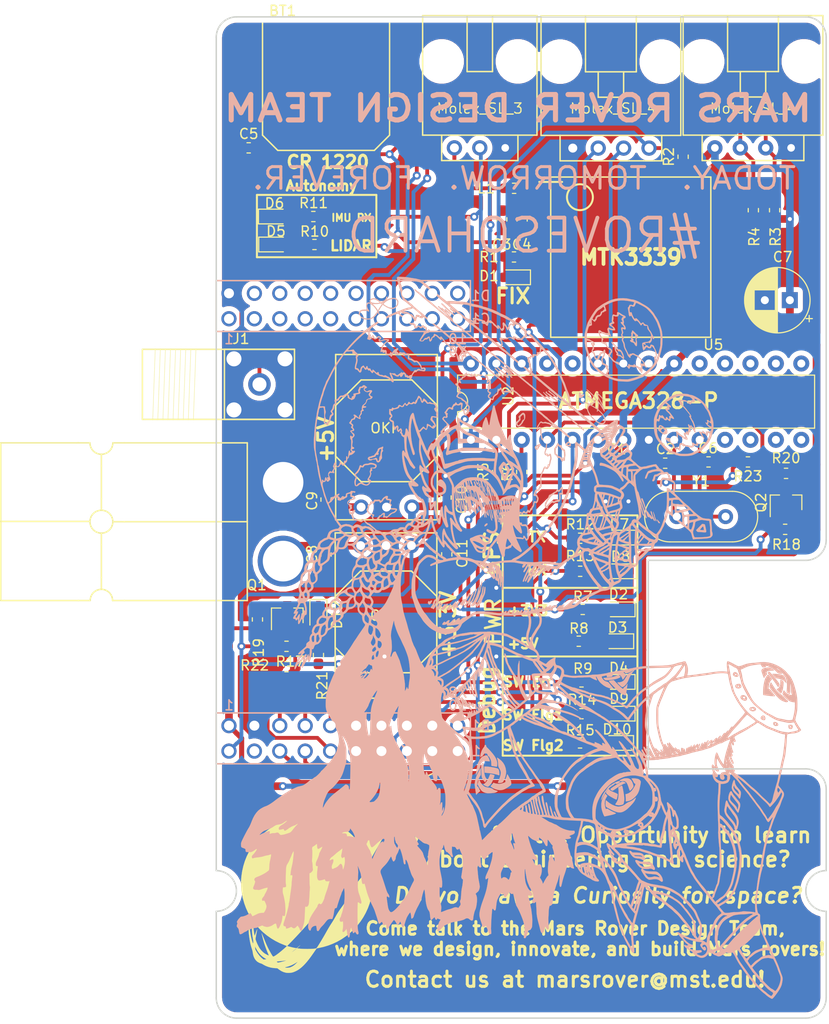
<source format=kicad_pcb>
(kicad_pcb (version 20171130) (host pcbnew "(5.1.2)-1")
  (layers (0 F.Cu signal) (31 B.Cu signal) (34 B.Paste user) (35 F.Paste user hide) (36 B.SilkS user) (37 F.SilkS user) (38 B.Mask user) (39 F.Mask user hide) (44 Edge.Cuts user))
  (net 0 "")
  (net 1 GND)
  (net 2 VBACKUP)
  (net 3 +3V3)
  (net 4 "Net-(D1-Pad2)")
  (net 5 "Net-(D2-Pad2)")
  (net 6 "Net-(R1-Pad1)")
  (net 7 +5V)
  (net 8 LIDAR_SCL)
  (net 9 LIDAR_SDA)
  (net 10 "Net-(C3-Pad2)")
  (net 11 "Net-(D5-Pad2)")
  (net 12 "Net-(D6-Pad2)")
  (net 13 "Net-(D7-Pad2)")
  (net 14 "Net-(D8-Pad2)")
  (net 15 "Net-(D9-Pad2)")
  (net 16 "Net-(D10-Pad2)")
  (net 17 /EXAnt)
  (net 18 Error_LED)
  (net 19 SW_Flg1)
  (net 20 SW_Flg2)
  (net 21 "Net-(C10-Pad1)")
  (net 22 "Net-(C2-Pad1)")
  (net 23 "Net-(C6-Pad1)")
  (net 24 IMU_RX)
  (net 25 RESET)
  (net 26 GPS_RX)
  (net 27 GPS_TX)
  (net 28 Programming_RX)
  (net 29 Programming_TX)
  (net 30 "Net-(U1-PadPP2)")
  (net 31 "Net-(U1-PadPN3)")
  (net 32 "Net-(U1-PadPN2)")
  (net 33 "Net-(U1-PadPD0)")
  (net 34 "Net-(U1-PadPD1)")
  (net 35 "Net-(U1-PadRese)")
  (net 36 "Net-(U1-PadPH3)")
  (net 37 "Net-(U1-PadPH2)")
  (net 38 "Net-(U1-PadPM3)")
  (net 39 "Net-(U1-PadPL5)")
  (net 40 "Net-(U1-PadPL4)")
  (net 41 "Net-(U1-PadPG0)")
  (net 42 "Net-(U1-PadPF3)")
  (net 43 "Net-(U1-PadPB3)")
  (net 44 "Net-(U1-PadPB2)")
  (net 45 "Net-(U1-PadPD3)")
  (net 46 "Net-(U1-PadPE5)")
  (net 47 "Net-(U1-PadPE4)")
  (net 48 "Net-(U1-PadPM5)")
  (net 49 "Net-(U1-PadPM4)")
  (net 50 "Net-(U1-PadPD7)")
  (net 51 "Net-(U1-PadPE3)")
  (net 52 "Net-(U2-Pad15)")
  (net 53 "Net-(U2-Pad16)")
  (net 54 "Net-(U2-Pad17)")
  (net 55 "Net-(U2-Pad18)")
  (net 56 "Net-(U2-Pad19)")
  (net 57 "Net-(U2-Pad6)")
  (net 58 "Net-(U2-Pad21)")
  (net 59 "Net-(U2-Pad23)")
  (net 60 "Net-(U2-Pad24)")
  (net 61 "Net-(U2-Pad11)")
  (net 62 "Net-(U2-Pad25)")
  (net 63 "Net-(U2-Pad12)")
  (net 64 "Net-(U2-Pad26)")
  (net 65 "Net-(U2-Pad13)")
  (net 66 "Net-(U2-Pad14)")
  (net 67 "Net-(U5-Pad20)")
  (net 68 "Net-(U5-Pad18)")
  (net 69 "Net-(U5-Pad17)")
  (net 70 "Net-(U5-Pad16)")
  (net 71 "Net-(U5-Pad15)")
  (net 72 "Net-(U5-Pad14)")
  (net 73 "Net-(U5-Pad13)")
  (net 74 "Net-(U5-Pad7)")
  (net 75 "Net-(U5-Pad6)")
  (net 76 "Net-(U5-Pad2)")
  (net 77 "Net-(D3-Pad2)")
  (net 78 "Net-(D4-Pad2)")
  (net 79 "Net-(R5-Pad2)")
  (net 80 "Net-(R6-Pad2)")
  (net 81 "Net-(U1-PadPL3)")
  (net 82 "Net-(U1-PadPL2)")
  (net 83 "Net-(U1-PadPF2)")
  (net 84 "Net-(U1-PadPF1)")
  (net 85 TIVA_RX)
  (net 86 TIVA_TX)
  (net 87 "Net-(U1-PadPL1)")
  (net 88 "Net-(U1-PadPL0)")
  (net 89 ATM_TX)
  (net 90 ATM_RX)
  (module MRDT_Connectors:MOLEX_SL_04_Horizontal (layer F.Cu) (at 154.7088 65.5574)
    (fp_text reference Conn4 hide)
    (fp_text value Molex_SL_04)
    (pad 1 thru_hole circle (at -3.81 0) (size 1.524 1.524) (drill 0.9) (layers *.Cu *.Mask) (net 1 GND))
    (pad 2 thru_hole circle (at -1.27 0) (size 1.524 1.524) (drill 0.9) (layers *.Cu *.Mask) (net 28 Programming_RX))
    (pad 3 thru_hole circle (at 1.27 0) (size 1.524 1.524) (drill 0.9) (layers *.Cu *.Mask) (net 29 Programming_TX))
    (pad 4 thru_hole circle (at 3.81 0) (size 1.524 1.524) (drill 0.9) (layers *.Cu *.Mask) (net 25 RESET))
    (pad "" np_thru_hole circle (at -5.08 -8.636) (size 3.45 3.45) (drill 3.45) (layers *.Cu *.Mask))
    (pad "" np_thru_hole circle (at 5.08 -8.636) (size 3.45 3.45) (drill 3.45) (layers *.Cu *.Mask))
  )
  (module MRDT_Sensors:FGPMMOPA6H (layer F.Cu) (at 148.6916 69.6976)
    (fp_text reference U5 (at 16.256 15.494) (layer F.SilkS))
    (fp_text value FGPMMOPA6H)
    (pad 20 smd rect (at 16.165634 0.229608 270) (size 1 2) (layers F.Cu F.Paste F.Mask) (net 67 "Net-(U5-Pad20)"))
    (pad 19 smd rect (at 16.165634 1.729608 270) (size 1 2) (layers F.Cu F.Paste F.Mask) (net 1 GND))
    (pad 18 smd rect (at 16.165634 3.229608 270) (size 1 2) (layers F.Cu F.Paste F.Mask) (net 68 "Net-(U5-Pad18)"))
    (pad 17 smd rect (at 16.165634 4.729608 270) (size 1 2) (layers F.Cu F.Paste F.Mask) (net 69 "Net-(U5-Pad17)"))
    (pad 16 smd rect (at 16.165634 6.229608 270) (size 1 2) (layers F.Cu F.Paste F.Mask) (net 70 "Net-(U5-Pad16)"))
    (pad 15 smd rect (at 16.165634 7.729608 270) (size 1 2) (layers F.Cu F.Paste F.Mask) (net 71 "Net-(U5-Pad15)"))
    (pad 14 smd rect (at 16.165634 9.229608 270) (size 1 2) (layers F.Cu F.Paste F.Mask) (net 72 "Net-(U5-Pad14)"))
    (pad 13 smd rect (at 16.165634 10.729608 270) (size 1 2) (layers F.Cu F.Paste F.Mask) (net 73 "Net-(U5-Pad13)"))
    (pad 12 smd rect (at 16.165634 12.229608 270) (size 1 2) (layers F.Cu F.Paste F.Mask) (net 1 GND))
    (pad 11 smd rect (at 16.165634 13.729608 270) (size 1 2) (layers F.Cu F.Paste F.Mask) (net 17 /EXAnt))
    (pad 10 smd rect (at 0 13.5 90) (size 1 2) (layers F.Cu F.Paste F.Mask) (net 27 GPS_TX))
    (pad 9 smd rect (at 0 12 90) (size 1 2) (layers F.Cu F.Paste F.Mask) (net 26 GPS_RX))
    (pad 8 smd rect (at 0 10.5 90) (size 1 2) (layers F.Cu F.Paste F.Mask) (net 1 GND))
    (pad 7 smd rect (at 0 9 90) (size 1 2) (layers F.Cu F.Paste F.Mask) (net 74 "Net-(U5-Pad7)"))
    (pad 6 smd rect (at 0 7.5 90) (size 1 2) (layers F.Cu F.Paste F.Mask) (net 75 "Net-(U5-Pad6)"))
    (pad 5 smd rect (at 0 6 90) (size 1 2) (layers F.Cu F.Paste F.Mask) (net 6 "Net-(R1-Pad1)"))
    (pad 4 smd rect (at 0 4.5 90) (size 1 2) (layers F.Cu F.Paste F.Mask) (net 2 VBACKUP))
    (pad 3 smd rect (at 0 3 90) (size 1 2) (layers F.Cu F.Paste F.Mask) (net 1 GND))
    (pad 2 smd rect (at 0 1.5 90) (size 1 2) (layers F.Cu F.Paste F.Mask) (net 76 "Net-(U5-Pad2)"))
    (pad 1 smd rect (at 0 0 90) (size 1 2) (layers F.Cu F.Paste F.Mask) (net 10 "Net-(C3-Pad2)"))
  )
  (module Package_DIP:DIP-28_W7.62mm (layer F.Cu) (at 140.716 94.6912 90)
    (fp_text reference U2 (at 4.3688 3.7338 90) (layer F.SilkS))
    (fp_text value ATMEGA328P-Project_Library)
    (pad 1 thru_hole rect (at 0 0 90) (size 1.6 1.6) (drill 0.8) (layers *.Cu *.Mask) (net 25 RESET))
    (pad 15 thru_hole oval (at 7.62 33.02 90) (size 1.6 1.6) (drill 0.8) (layers *.Cu *.Mask) (net 52 "Net-(U2-Pad15)"))
    (pad 2 thru_hole oval (at 0 2.54 90) (size 1.6 1.6) (drill 0.8) (layers *.Cu *.Mask) (net 79 "Net-(R5-Pad2)"))
    (pad 16 thru_hole oval (at 7.62 30.48 90) (size 1.6 1.6) (drill 0.8) (layers *.Cu *.Mask) (net 53 "Net-(U2-Pad16)"))
    (pad 3 thru_hole oval (at 0 5.08 90) (size 1.6 1.6) (drill 0.8) (layers *.Cu *.Mask) (net 80 "Net-(R6-Pad2)"))
    (pad 17 thru_hole oval (at 7.62 27.94 90) (size 1.6 1.6) (drill 0.8) (layers *.Cu *.Mask) (net 54 "Net-(U2-Pad17)"))
    (pad 4 thru_hole oval (at 0 7.62 90) (size 1.6 1.6) (drill 0.8) (layers *.Cu *.Mask) (net 90 ATM_RX))
    (pad 18 thru_hole oval (at 7.62 25.4 90) (size 1.6 1.6) (drill 0.8) (layers *.Cu *.Mask) (net 55 "Net-(U2-Pad18)"))
    (pad 5 thru_hole oval (at 0 10.16 90) (size 1.6 1.6) (drill 0.8) (layers *.Cu *.Mask) (net 89 ATM_TX))
    (pad 19 thru_hole oval (at 7.62 22.86 90) (size 1.6 1.6) (drill 0.8) (layers *.Cu *.Mask) (net 56 "Net-(U2-Pad19)"))
    (pad 6 thru_hole oval (at 0 12.7 90) (size 1.6 1.6) (drill 0.8) (layers *.Cu *.Mask) (net 57 "Net-(U2-Pad6)"))
    (pad 20 thru_hole oval (at 7.62 20.32 90) (size 1.6 1.6) (drill 0.8) (layers *.Cu *.Mask) (net 7 +5V))
    (pad 7 thru_hole oval (at 0 15.24 90) (size 1.6 1.6) (drill 0.8) (layers *.Cu *.Mask) (net 7 +5V))
    (pad 21 thru_hole oval (at 7.62 17.78 90) (size 1.6 1.6) (drill 0.8) (layers *.Cu *.Mask) (net 58 "Net-(U2-Pad21)"))
    (pad 8 thru_hole oval (at 0 17.78 90) (size 1.6 1.6) (drill 0.8) (layers *.Cu *.Mask) (net 1 GND))
    (pad 22 thru_hole oval (at 7.62 15.24 90) (size 1.6 1.6) (drill 0.8) (layers *.Cu *.Mask) (net 1 GND))
    (pad 9 thru_hole oval (at 0 20.32 90) (size 1.6 1.6) (drill 0.8) (layers *.Cu *.Mask) (net 22 "Net-(C2-Pad1)"))
    (pad 23 thru_hole oval (at 7.62 12.7 90) (size 1.6 1.6) (drill 0.8) (layers *.Cu *.Mask) (net 59 "Net-(U2-Pad23)"))
    (pad 10 thru_hole oval (at 0 22.86 90) (size 1.6 1.6) (drill 0.8) (layers *.Cu *.Mask) (net 23 "Net-(C6-Pad1)"))
    (pad 24 thru_hole oval (at 7.62 10.16 90) (size 1.6 1.6) (drill 0.8) (layers *.Cu *.Mask) (net 60 "Net-(U2-Pad24)"))
    (pad 11 thru_hole oval (at 0 25.4 90) (size 1.6 1.6) (drill 0.8) (layers *.Cu *.Mask) (net 61 "Net-(U2-Pad11)"))
    (pad 25 thru_hole oval (at 7.62 7.62 90) (size 1.6 1.6) (drill 0.8) (layers *.Cu *.Mask) (net 62 "Net-(U2-Pad25)"))
    (pad 12 thru_hole oval (at 0 27.94 90) (size 1.6 1.6) (drill 0.8) (layers *.Cu *.Mask) (net 63 "Net-(U2-Pad12)"))
    (pad 26 thru_hole oval (at 7.62 5.08 90) (size 1.6 1.6) (drill 0.8) (layers *.Cu *.Mask) (net 64 "Net-(U2-Pad26)"))
    (pad 13 thru_hole oval (at 0 30.48 90) (size 1.6 1.6) (drill 0.8) (layers *.Cu *.Mask) (net 65 "Net-(U2-Pad13)"))
    (pad 27 thru_hole oval (at 7.62 2.54 90) (size 1.6 1.6) (drill 0.8) (layers *.Cu *.Mask) (net 9 LIDAR_SDA))
    (pad 14 thru_hole oval (at 0 33.02 90) (size 1.6 1.6) (drill 0.8) (layers *.Cu *.Mask) (net 66 "Net-(U2-Pad14)"))
    (pad 28 thru_hole oval (at 7.62 0 90) (size 1.6 1.6) (drill 0.8) (layers *.Cu *.Mask) (net 8 LIDAR_SCL))
  )
  (module MRDT_Shields:TM4C129E_Launchpad_X9_THT_BOTTOM (layer F.Cu) (at 115.2652 127.0508)
    (fp_text reference U1 hide)
    (fp_text value ~ hide)
    (fp_text user A1 (at 26.416 -1.27 180) (layer B.SilkS) (effects (justify mirror)))
    (fp_text user B1 (at 26.416 -3.81 180) (layer B.SilkS) (effects (justify mirror)))
    (fp_text user D1 (at 26.416 -46.736 180) (layer B.SilkS) (effects (justify mirror)))
    (fp_text user C1 (at 26.416 -44.45 180) (layer B.SilkS) (effects (justify mirror)))
    (fp_text user X8 (at 24.13 -7.112 180) (layer B.SilkS) (effects (justify mirror)))
    (fp_text user X9 (at 24.13 -41.148 180) (layer B.SilkS) (effects (justify mirror)))
    (fp_text user 10 (at 24.13 -5.842 180) (layer B.SilkS) (effects (justify mirror)))
    (fp_text user 1 (at 1.27 -5.842 180) (layer B.SilkS) (effects (justify mirror)))
    (fp_text user 10 (at 24.13 -42.418 180) (layer B.SilkS) (effects (justify mirror)))
    (fp_text user 1 (at 1.27 -42.418 180) (layer B.SilkS) (effects (justify mirror)))
    (pad PP2 thru_hole circle (at 24.13 -46.99 180) (size 1.52 1.52) (drill 1) (layers *.Cu *.Mask F.Paste) (net 30 "Net-(U1-PadPP2)"))
    (pad PN3 thru_hole circle (at 21.59 -46.99 180) (size 1.52 1.52) (drill 1) (layers *.Cu *.Mask F.Paste) (net 31 "Net-(U1-PadPN3)"))
    (pad PN2 thru_hole circle (at 19.05 -46.99 180) (size 1.52 1.52) (drill 1) (layers *.Cu *.Mask F.Paste) (net 32 "Net-(U1-PadPN2)"))
    (pad PD0 thru_hole circle (at 16.51 -46.99 180) (size 1.52 1.52) (drill 1) (layers *.Cu *.Mask F.Paste) (net 33 "Net-(U1-PadPD0)"))
    (pad PD1 thru_hole circle (at 13.97 -46.99 180) (size 1.52 1.52) (drill 1) (layers *.Cu *.Mask F.Paste) (net 34 "Net-(U1-PadPD1)"))
    (pad Rese thru_hole circle (at 11.43 -46.99 180) (size 1.52 1.52) (drill 1) (layers *.Cu *.Mask F.Paste) (net 35 "Net-(U1-PadRese)"))
    (pad PH3 thru_hole circle (at 8.89 -46.99 180) (size 1.52 1.52) (drill 1) (layers *.Cu *.Mask F.Paste) (net 36 "Net-(U1-PadPH3)"))
    (pad PH2 thru_hole circle (at 6.35 -46.99 180) (size 1.52 1.52) (drill 1) (layers *.Cu *.Mask F.Paste) (net 37 "Net-(U1-PadPH2)"))
    (pad PM3 thru_hole circle (at 3.81 -46.99 180) (size 1.52 1.52) (drill 1) (layers *.Cu *.Mask F.Paste) (net 38 "Net-(U1-PadPM3)"))
    (pad GND thru_hole circle (at 1.27 -46.99 180) (size 1.52 1.52) (drill 1) (layers *.Cu *.Mask F.Paste) (net 1 GND))
    (pad PL3 thru_hole circle (at 24.13 -44.45 180) (size 1.52 1.52) (drill 1) (layers *.Cu *.Mask F.Paste) (net 81 "Net-(U1-PadPL3)"))
    (pad PL2 thru_hole circle (at 21.59 -44.45 180) (size 1.52 1.52) (drill 1) (layers *.Cu *.Mask F.Paste) (net 82 "Net-(U1-PadPL2)"))
    (pad PL1 thru_hole circle (at 19.05 -44.45 180) (size 1.52 1.52) (drill 1) (layers *.Cu *.Mask F.Paste) (net 87 "Net-(U1-PadPL1)"))
    (pad PL0 thru_hole circle (at 16.51 -44.45 180) (size 1.52 1.52) (drill 1) (layers *.Cu *.Mask F.Paste) (net 88 "Net-(U1-PadPL0)"))
    (pad PL5 thru_hole circle (at 13.97 -44.45 180) (size 1.52 1.52) (drill 1) (layers *.Cu *.Mask F.Paste) (net 39 "Net-(U1-PadPL5)"))
    (pad PL4 thru_hole circle (at 11.43 -44.45 180) (size 1.52 1.52) (drill 1) (layers *.Cu *.Mask F.Paste) (net 40 "Net-(U1-PadPL4)"))
    (pad PG0 thru_hole circle (at 8.89 -44.45 180) (size 1.52 1.52) (drill 1) (layers *.Cu *.Mask F.Paste) (net 41 "Net-(U1-PadPG0)"))
    (pad PF3 thru_hole circle (at 6.35 -44.45 180) (size 1.52 1.52) (drill 1) (layers *.Cu *.Mask F.Paste) (net 42 "Net-(U1-PadPF3)"))
    (pad PF2 thru_hole circle (at 3.81 -44.45 180) (size 1.52 1.52) (drill 1) (layers *.Cu *.Mask F.Paste) (net 83 "Net-(U1-PadPF2)"))
    (pad PF1 thru_hole circle (at 1.27 -44.45 180) (size 1.52 1.52) (drill 1) (layers *.Cu *.Mask F.Paste) (net 84 "Net-(U1-PadPF1)"))
    (pad PB3 thru_hole circle (at 24.13 -1.27 180) (size 1.52 1.52) (drill 1) (layers *.Cu *.Mask F.Paste) (net 43 "Net-(U1-PadPB3)"))
    (pad PB2 thru_hole circle (at 21.59 -1.27 180) (size 1.52 1.52) (drill 1) (layers *.Cu *.Mask F.Paste) (net 44 "Net-(U1-PadPB2)"))
    (pad PC7 thru_hole circle (at 19.05 -1.27 180) (size 1.52 1.52) (drill 1) (layers *.Cu *.Mask F.Paste) (net 86 TIVA_TX))
    (pad PD3 thru_hole circle (at 16.51 -1.27 180) (size 1.52 1.52) (drill 1) (layers *.Cu *.Mask F.Paste) (net 45 "Net-(U1-PadPD3)"))
    (pad PE5 thru_hole circle (at 13.97 -1.27 180) (size 1.52 1.52) (drill 1) (layers *.Cu *.Mask F.Paste) (net 46 "Net-(U1-PadPE5)"))
    (pad PC6 thru_hole circle (at 11.43 -1.27 180) (size 1.52 1.52) (drill 1) (layers *.Cu *.Mask F.Paste) (net 85 TIVA_RX))
    (pad PC5 thru_hole circle (at 8.89 -1.27 180) (size 1.52 1.52) (drill 1) (layers *.Cu *.Mask F.Paste) (net 27 GPS_TX))
    (pad PC4 thru_hole circle (at 6.35 -1.27 180) (size 1.52 1.52) (drill 1) (layers *.Cu *.Mask F.Paste) (net 26 GPS_RX))
    (pad PE4 thru_hole circle (at 3.81 -1.27 180) (size 1.52 1.52) (drill 1) (layers *.Cu *.Mask F.Paste) (net 47 "Net-(U1-PadPE4)"))
    (pad +3V3 thru_hole circle (at 1.27 -1.27 180) (size 1.52 1.52) (drill 1) (layers *.Cu *.Mask F.Paste) (net 3 +3V3))
    (pad PM5 thru_hole circle (at 24.13 -3.81 180) (size 1.52 1.52) (drill 1) (layers *.Cu *.Mask F.Paste) (net 48 "Net-(U1-PadPM5)"))
    (pad PM4 thru_hole circle (at 21.59 -3.81 180) (size 1.52 1.52) (drill 1) (layers *.Cu *.Mask F.Paste) (net 49 "Net-(U1-PadPM4)"))
    (pad PA6 thru_hole circle (at 19.05 -3.81 180) (size 1.52 1.52) (drill 1) (layers *.Cu *.Mask F.Paste) (net 24 IMU_RX))
    (pad PD7 thru_hole circle (at 16.51 -3.81 180) (size 1.52 1.52) (drill 1) (layers *.Cu *.Mask F.Paste) (net 50 "Net-(U1-PadPD7)"))
    (pad PE3 thru_hole circle (at 13.97 -3.81 180) (size 1.52 1.52) (drill 1) (layers *.Cu *.Mask F.Paste) (net 51 "Net-(U1-PadPE3)"))
    (pad PE2 thru_hole circle (at 11.43 -3.81 180) (size 1.52 1.52) (drill 1) (layers *.Cu *.Mask F.Paste) (net 20 SW_Flg2))
    (pad PE1 thru_hole circle (at 8.89 -3.81 180) (size 1.52 1.52) (drill 1) (layers *.Cu *.Mask F.Paste) (net 19 SW_Flg1))
    (pad PE0 thru_hole circle (at 6.35 -3.81 180) (size 1.52 1.52) (drill 1) (layers *.Cu *.Mask F.Paste) (net 18 Error_LED))
    (pad GND thru_hole circle (at 3.81 -3.81 180) (size 1.52 1.52) (drill 1) (layers *.Cu *.Mask F.Paste) (net 1 GND))
    (pad +5V thru_hole circle (at 1.27 -3.81 180) (size 1.52 1.52) (drill 1) (layers *.Cu *.Mask F.Paste) (net 7 +5V))
  )
  (module Resistor_SMD:R_0603_1608Metric_Pad1.05x0.95mm_HandSolder (layer F.Cu) (at 122.287 117.348 180)
    (fp_text reference R22 (at 3.175 0.127 180) (layer F.SilkS))
    (fp_text value 30K)
    (pad 2 smd roundrect (at 0.875 0 180) (size 1.05 0.95) (layers F.Cu F.Paste F.Mask) (net 1 GND))
    (pad 1 smd roundrect (at -0.875 0 180) (size 1.05 0.95) (layers F.Cu F.Paste F.Mask) (net 85 TIVA_RX))
  )
  (module MRDT_Devices:OKI_Horizontal (layer F.Cu) (at 127.1524 103.9876)
    (fp_text reference U4 hide)
    (fp_text value OKI (at 4.7498 8.255) (layer F.SilkS))
    (pad 3 thru_hole circle (at 7.62 1.27) (size 1.524 1.524) (drill 0.889) (layers *.Cu *.Mask) (net 3 +3V3))
    (pad 2 thru_hole circle (at 5.08 1.27) (size 1.524 1.524) (drill 0.889) (layers *.Cu *.Mask) (net 1 GND))
    (pad 1 thru_hole circle (at 2.54 1.27) (size 1.524 1.524) (drill 0.889) (layers *.Cu *.Mask) (net 21 "Net-(C10-Pad1)"))
  )
  (module Crystal:Crystal_HC49-U_Vertical (layer F.Cu) (at 161.29 102.362)
    (fp_text reference Y1 (at 2.44 -3.525) (layer F.SilkS))
    (fp_text value Crystal)
    (pad 2 thru_hole circle (at 4.88 0) (size 1.5 1.5) (drill 0.8) (layers *.Cu *.Mask) (net 23 "Net-(C6-Pad1)"))
    (pad 1 thru_hole circle (at 0 0) (size 1.5 1.5) (drill 0.8) (layers *.Cu *.Mask) (net 22 "Net-(C2-Pad1)"))
  )
  (module MRDT_Connectors:CR1220_Battery_Holder (layer F.Cu) (at 126.238 58.166 180)
    (fp_text reference BT1 (at 4.3434 6.3246 180) (layer F.SilkS))
    (fp_text value Battery_Cell)
    (pad 2 smd circle (at 0 0 180) (size 10.16 10.16) (layers F.Cu F.Paste F.Mask) (net 1 GND))
    (pad 1 smd rect (at 7.62 0 180) (size 2.54 6.35) (layers F.Cu F.Paste F.Mask) (net 2 VBACKUP))
    (pad 1 smd rect (at -7.62 0 180) (size 2.54 6.35) (layers F.Cu F.Paste F.Mask) (net 2 VBACKUP))
  )
  (module MRDT_Connectors:RP-SMA_Jack_Tru-Hole_Right-Angle (layer F.Cu) (at 119.5832 89.154 180)
    (fp_text reference J1 (at 1.8542 4.5466 180) (layer F.SilkS))
    (fp_text value Conn_Coaxial)
    (pad 2 thru_hole circle (at -2.55 2.55 270) (size 2.25 2.25) (drill 1.5) (layers *.Cu *.Mask) (net 1 GND))
    (pad 2 thru_hole circle (at 2.55 2.55 270) (size 2.25 2.25) (drill 1.5) (layers *.Cu *.Mask) (net 1 GND))
    (pad 2 thru_hole circle (at 2.55 -2.55 270) (size 2.25 2.25) (drill 1.5) (layers *.Cu *.Mask) (net 1 GND))
    (pad 2 thru_hole circle (at -2.55 -2.55 270) (size 2.25 2.25) (drill 1.5) (layers *.Cu *.Mask) (net 1 GND))
    (pad 1 thru_hole circle (at 0 0 270) (size 2.25 2.25) (drill 1.4) (layers *.Cu *.Mask) (net 17 /EXAnt))
  )
  (module MRDT_Connectors:Anderson_2_Horizontal_Side_by_Side (layer F.Cu) (at 118.364 110.744)
    (fp_text reference Conn1 hide)
    (fp_text value AndersonPP)
    (pad 1 thru_hole circle (at 3.5814 -11.811) (size 5.08 5.08) (drill 4.06) (layers *.Cu *.Mask F.Paste) (net 1 GND))
    (pad 2 thru_hole circle (at 3.5814 -3.937) (size 5.08 5.08) (drill 4.06) (layers *.Cu *.Mask F.Paste) (net 21 "Net-(C10-Pad1)"))
  )
  (module Capacitor_SMD:C_0603_1608Metric_Pad1.05x0.95mm_HandSolder (layer F.Cu) (at 138.2268 100.457 90)
    (fp_text reference C10 (at -0.2032 1.5748 270) (layer F.SilkS))
    (fp_text value 10u)
    (pad 2 smd roundrect (at 0.875 0 90) (size 1.05 0.95) (layers F.Cu F.Paste F.Mask) (net 1 GND))
    (pad 1 smd roundrect (at -0.875 0 90) (size 1.05 0.95) (layers F.Cu F.Paste F.Mask) (net 21 "Net-(C10-Pad1)"))
  )
  (module Resistor_SMD:R_0603_1608Metric_Pad1.05x0.95mm_HandSolder (layer F.Cu) (at 151.497 114.808)
    (fp_text reference R8 (at 0.014 -1.27) (layer F.SilkS))
    (fp_text value 500)
    (pad 2 smd roundrect (at 0.875 0) (size 1.05 0.95) (layers F.Cu F.Paste F.Mask) (net 77 "Net-(D3-Pad2)"))
    (pad 1 smd roundrect (at -0.875 0) (size 1.05 0.95) (layers F.Cu F.Paste F.Mask) (net 7 +5V))
  )
  (module LED_SMD:LED_0603_1608Metric_Pad1.05x0.95mm_HandSolder (layer F.Cu) (at 155.589 107.823 180)
    (fp_text reference D8 (at -0.0876 1.4732 180) (layer F.SilkS))
    (fp_text value LED)
    (pad 2 smd roundrect (at 0.875 0 180) (size 1.05 0.95) (layers F.Cu F.Paste F.Mask) (net 14 "Net-(D8-Pad2)"))
    (pad 1 smd roundrect (at -0.875 0 180) (size 1.05 0.95) (layers F.Cu F.Paste F.Mask) (net 1 GND))
  )
  (module Capacitor_SMD:C_0603_1608Metric_Pad1.05x0.95mm_HandSolder (layer F.Cu) (at 143.79956 72.67575 90)
    (fp_text reference C3 (at -2.50825 0 180) (layer F.SilkS))
    (fp_text value 1uF)
    (pad 2 smd roundrect (at 0.875 0 90) (size 1.05 0.95) (layers F.Cu F.Paste F.Mask) (net 10 "Net-(C3-Pad2)"))
    (pad 1 smd roundrect (at -0.875 0 90) (size 1.05 0.95) (layers F.Cu F.Paste F.Mask) (net 1 GND))
  )
  (module Capacitor_SMD:C_0603_1608Metric_Pad1.05x0.95mm_HandSolder (layer F.Cu) (at 145.83156 72.67575 90)
    (fp_text reference C4 (at -2.50825 -0.03556 180) (layer F.SilkS))
    (fp_text value 0.01uF)
    (pad 2 smd roundrect (at 0.875 0 90) (size 1.05 0.95) (layers F.Cu F.Paste F.Mask) (net 10 "Net-(C3-Pad2)"))
    (pad 1 smd roundrect (at -0.875 0 90) (size 1.05 0.95) (layers F.Cu F.Paste F.Mask) (net 1 GND))
  )
  (module Capacitor_SMD:C_0603_1608Metric_Pad1.05x0.95mm_HandSolder (layer F.Cu) (at 118.505 65.532 180)
    (fp_text reference C5 (at 0 1.397 180) (layer F.SilkS))
    (fp_text value 1uF)
    (pad 2 smd roundrect (at 0.875 0 180) (size 1.05 0.95) (layers F.Cu F.Paste F.Mask) (net 1 GND))
    (pad 1 smd roundrect (at -0.875 0 180) (size 1.05 0.95) (layers F.Cu F.Paste F.Mask) (net 2 VBACKUP))
  )
  (module Capacitor_SMD:C_0603_1608Metric_Pad1.05x0.95mm_HandSolder (layer F.Cu) (at 126.238 106.1466 270)
    (fp_text reference C8 (at 0 1.397 90) (layer F.SilkS))
    (fp_text value 10u)
    (pad 2 smd roundrect (at 0.875 0 270) (size 1.05 0.95) (layers F.Cu F.Paste F.Mask) (net 1 GND))
    (pad 1 smd roundrect (at -0.875 0 270) (size 1.05 0.95) (layers F.Cu F.Paste F.Mask) (net 21 "Net-(C10-Pad1)"))
  )
  (module Capacitor_SMD:C_0603_1608Metric_Pad1.05x0.95mm_HandSolder (layer F.Cu) (at 126.238 100.6602 90)
    (fp_text reference C9 (at -0.127 -1.397 270) (layer F.SilkS))
    (fp_text value 10u)
    (pad 2 smd roundrect (at 0.875 0 90) (size 1.05 0.95) (layers F.Cu F.Paste F.Mask) (net 1 GND))
    (pad 1 smd roundrect (at -0.875 0 90) (size 1.05 0.95) (layers F.Cu F.Paste F.Mask) (net 7 +5V))
  )
  (module Capacitor_SMD:C_0603_1608Metric_Pad1.05x0.95mm_HandSolder (layer F.Cu) (at 138.303 106.1326 270)
    (fp_text reference C11 (at -0.0876 -1.5494 90) (layer F.SilkS))
    (fp_text value 10u)
    (pad 2 smd roundrect (at 0.875 0 270) (size 1.05 0.95) (layers F.Cu F.Paste F.Mask) (net 1 GND))
    (pad 1 smd roundrect (at -0.875 0 270) (size 1.05 0.95) (layers F.Cu F.Paste F.Mask) (net 3 +3V3))
  )
  (module MRDT_Connectors:MOLEX_SL_04_Horizontal (layer F.Cu) (at 168.91 65.532)
    (fp_text reference Conn2 hide)
    (fp_text value LiDAR)
    (pad "" np_thru_hole circle (at 5.08 -8.636) (size 3.45 3.45) (drill 3.45) (layers *.Cu *.Mask))
    (pad "" np_thru_hole circle (at -5.08 -8.636) (size 3.45 3.45) (drill 3.45) (layers *.Cu *.Mask))
    (pad 4 thru_hole circle (at 3.81 0) (size 1.524 1.524) (drill 0.762) (layers *.Cu *.Mask) (net 1 GND))
    (pad 3 thru_hole circle (at 1.27 0) (size 1.524 1.524) (drill 0.762) (layers *.Cu *.Mask) (net 9 LIDAR_SDA))
    (pad 2 thru_hole circle (at -1.27 0) (size 1.524 1.524) (drill 0.762) (layers *.Cu *.Mask) (net 8 LIDAR_SCL))
    (pad 1 thru_hole circle (at -3.81 0) (size 1.524 1.524) (drill 0.762) (layers *.Cu *.Mask) (net 7 +5V))
  )
  (module LED_SMD:LED_0603_1608Metric_Pad1.05x0.95mm_HandSolder (layer F.Cu) (at 145.0086 78.4606 180)
    (fp_text reference D1 (at 2.4892 0.127) (layer F.SilkS))
    (fp_text value FIX)
    (pad 2 smd roundrect (at 0.875 0 180) (size 1.05 0.95) (layers F.Cu F.Paste F.Mask) (net 4 "Net-(D1-Pad2)"))
    (pad 1 smd roundrect (at -0.875 0 180) (size 1.05 0.95) (layers F.Cu F.Paste F.Mask) (net 1 GND))
  )
  (module LED_SMD:LED_0603_1608Metric_Pad1.05x0.95mm_HandSolder (layer F.Cu) (at 155.462 111.6245 180)
    (fp_text reference D2 (at 0 1.5155 180) (layer F.SilkS))
    (fp_text value LED)
    (pad 2 smd roundrect (at 0.875 0 180) (size 1.05 0.95) (layers F.Cu F.Paste F.Mask) (net 5 "Net-(D2-Pad2)"))
    (pad 1 smd roundrect (at -0.875 0 180) (size 1.05 0.95) (layers F.Cu F.Paste F.Mask) (net 1 GND))
  )
  (module LED_SMD:LED_0603_1608Metric_Pad1.05x0.95mm_HandSolder (layer F.Cu) (at 121.172 75.184)
    (fp_text reference D5 (at 0.0622 -1.3208) (layer F.SilkS))
    (fp_text value LED)
    (pad 2 smd roundrect (at 0.875 0) (size 1.05 0.95) (layers F.Cu F.Paste F.Mask) (net 11 "Net-(D5-Pad2)"))
    (pad 1 smd roundrect (at -0.875 0) (size 1.05 0.95) (layers F.Cu F.Paste F.Mask) (net 1 GND))
  )
  (module LED_SMD:LED_0603_1608Metric_Pad1.05x0.95mm_HandSolder (layer F.Cu) (at 121.144 72.39)
    (fp_text reference D6 (at -0.0622 -1.3208) (layer F.SilkS))
    (fp_text value LED)
    (pad 2 smd roundrect (at 0.875 0) (size 1.05 0.95) (layers F.Cu F.Paste F.Mask) (net 12 "Net-(D6-Pad2)"))
    (pad 1 smd roundrect (at -0.875 0) (size 1.05 0.95) (layers F.Cu F.Paste F.Mask) (net 1 GND))
  )
  (module LED_SMD:LED_0603_1608Metric_Pad1.05x0.95mm_HandSolder (layer F.Cu) (at 155.589 104.45786 180)
    (fp_text reference D7 (at 0.0394 1.33386 180) (layer F.SilkS))
    (fp_text value LED)
    (pad 2 smd roundrect (at 0.875 0 180) (size 1.05 0.95) (layers F.Cu F.Paste F.Mask) (net 13 "Net-(D7-Pad2)"))
    (pad 1 smd roundrect (at -0.875 0 180) (size 1.05 0.95) (layers F.Cu F.Paste F.Mask) (net 1 GND))
  )
  (module LED_SMD:LED_0603_1608Metric_Pad1.05x0.95mm_HandSolder (layer F.Cu) (at 155.462 122.041917 180)
    (fp_text reference D9 (at -0.0622 1.493517 180) (layer F.SilkS))
    (fp_text value LED)
    (pad 2 smd roundrect (at 0.875 0 180) (size 1.05 0.95) (layers F.Cu F.Paste F.Mask) (net 15 "Net-(D9-Pad2)"))
    (pad 1 smd roundrect (at -0.875 0 180) (size 1.05 0.95) (layers F.Cu F.Paste F.Mask) (net 1 GND))
  )
  (module LED_SMD:LED_0603_1608Metric_Pad1.05x0.95mm_HandSolder (layer F.Cu) (at 155.307 124.968 180)
    (fp_text reference D10 (at -0.014 1.358393 180) (layer F.SilkS))
    (fp_text value LED)
    (pad 2 smd roundrect (at 0.875 0 180) (size 1.05 0.95) (layers F.Cu F.Paste F.Mask) (net 16 "Net-(D10-Pad2)"))
    (pad 1 smd roundrect (at -0.875 0 180) (size 1.05 0.95) (layers F.Cu F.Paste F.Mask) (net 1 GND))
  )
  (module Inductor_SMD:L_0603_1608Metric_Pad1.05x0.95mm_HandSolder (layer F.Cu) (at 145.034 69.5706)
    (fp_text reference L1 (at -2.794 0) (layer F.SilkS))
    (fp_text value INDUCTOR)
    (pad 2 smd roundrect (at 0.875 0) (size 1.05 0.95) (layers F.Cu F.Paste F.Mask) (net 10 "Net-(C3-Pad2)"))
    (pad 1 smd roundrect (at -0.875 0) (size 1.05 0.95) (layers F.Cu F.Paste F.Mask) (net 3 +3V3))
  )
  (module Resistor_SMD:R_0603_1608Metric_Pad1.05x0.95mm_HandSolder (layer F.Cu) (at 145.0226 76.4286 180)
    (fp_text reference R1 (at 2.5032 0) (layer F.SilkS))
    (fp_text value 1K)
    (pad 2 smd roundrect (at 0.875 0 180) (size 1.05 0.95) (layers F.Cu F.Paste F.Mask) (net 4 "Net-(D1-Pad2)"))
    (pad 1 smd roundrect (at -0.875 0 180) (size 1.05 0.95) (layers F.Cu F.Paste F.Mask) (net 6 "Net-(R1-Pad1)"))
  )
  (module Resistor_SMD:R_0603_1608Metric_Pad1.05x0.95mm_HandSolder (layer F.Cu) (at 161.925 66.421 90)
    (fp_text reference R2 (at 0 -1.43 90) (layer F.SilkS))
    (fp_text value 10K)
    (pad 2 smd roundrect (at 0.875 0 90) (size 1.05 0.95) (layers F.Cu F.Paste F.Mask) (net 25 RESET))
    (pad 1 smd roundrect (at -0.875 0 90) (size 1.05 0.95) (layers F.Cu F.Paste F.Mask) (net 7 +5V))
  )
  (module Resistor_SMD:R_0603_1608Metric_Pad1.05x0.95mm_HandSolder (layer F.Cu) (at 171.069 71.758388 90)
    (fp_text reference R3 (at -2.663612 0.093394 270) (layer F.SilkS))
    (fp_text value 4.7K)
    (pad 2 smd roundrect (at 0.875 0 90) (size 1.05 0.95) (layers F.Cu F.Paste F.Mask) (net 9 LIDAR_SDA))
    (pad 1 smd roundrect (at -0.875 0 90) (size 1.05 0.95) (layers F.Cu F.Paste F.Mask) (net 7 +5V))
  )
  (module Resistor_SMD:R_0603_1608Metric_Pad1.05x0.95mm_HandSolder (layer F.Cu) (at 168.943606 71.758388 270)
    (fp_text reference R4 (at 2.663612 -0.093394 90) (layer F.SilkS))
    (fp_text value 4.7K)
    (pad 2 smd roundrect (at 0.875 0 270) (size 1.05 0.95) (layers F.Cu F.Paste F.Mask) (net 7 +5V))
    (pad 1 smd roundrect (at -0.875 0 270) (size 1.05 0.95) (layers F.Cu F.Paste F.Mask) (net 8 LIDAR_SCL))
  )
  (module Resistor_SMD:R_0603_1608Metric_Pad1.05x0.95mm_HandSolder (layer F.Cu) (at 143.383 97.917 90)
    (fp_text reference R5 (at 0 -1.43 90) (layer F.SilkS))
    (fp_text value 1K)
    (pad 2 smd roundrect (at 0.875 0 90) (size 1.05 0.95) (layers F.Cu F.Paste F.Mask) (net 79 "Net-(R5-Pad2)"))
    (pad 1 smd roundrect (at -0.875 0 90) (size 1.05 0.95) (layers F.Cu F.Paste F.Mask) (net 28 Programming_RX))
  )
  (module Resistor_SMD:R_0603_1608Metric_Pad1.05x0.95mm_HandSolder (layer F.Cu) (at 145.796 97.903 90)
    (fp_text reference R6 (at 0 -1.43 90) (layer F.SilkS))
    (fp_text value 1K)
    (pad 2 smd roundrect (at 0.875 0 90) (size 1.05 0.95) (layers F.Cu F.Paste F.Mask) (net 80 "Net-(R6-Pad2)"))
    (pad 1 smd roundrect (at -0.875 0 90) (size 1.05 0.95) (layers F.Cu F.Paste F.Mask) (net 29 Programming_TX))
  )
  (module Resistor_SMD:R_0603_1608Metric_Pad1.05x0.95mm_HandSolder (layer F.Cu) (at 151.892 111.633)
    (fp_text reference R7 (at 0 -1.27) (layer F.SilkS))
    (fp_text value 500)
    (pad 2 smd roundrect (at 0.875 0) (size 1.05 0.95) (layers F.Cu F.Paste F.Mask) (net 5 "Net-(D2-Pad2)"))
    (pad 1 smd roundrect (at -0.875 0) (size 1.05 0.95) (layers F.Cu F.Paste F.Mask) (net 3 +3V3))
  )
  (module Resistor_SMD:R_0603_1608Metric_Pad1.05x0.95mm_HandSolder (layer F.Cu) (at 151.7705 118.872)
    (fp_text reference R9 (at 0.134245 -1.33386) (layer F.SilkS))
    (fp_text value 500)
    (pad 2 smd roundrect (at 0.875 0) (size 1.05 0.95) (layers F.Cu F.Paste F.Mask) (net 78 "Net-(D4-Pad2)"))
    (pad 1 smd roundrect (at -0.875 0) (size 1.05 0.95) (layers F.Cu F.Paste F.Mask) (net 18 Error_LED))
  )
  (module Resistor_SMD:R_0603_1608Metric_Pad1.05x0.95mm_HandSolder (layer F.Cu) (at 125.081 75.184 180)
    (fp_text reference R10 (at -0.014 1.2954 180) (layer F.SilkS))
    (fp_text value 500)
    (pad 2 smd roundrect (at 0.875 0 180) (size 1.05 0.95) (layers F.Cu F.Paste F.Mask) (net 11 "Net-(D5-Pad2)"))
    (pad 1 smd roundrect (at -0.875 0 180) (size 1.05 0.95) (layers F.Cu F.Paste F.Mask) (net 9 LIDAR_SDA))
  )
  (module Resistor_SMD:R_0603_1608Metric_Pad1.05x0.95mm_HandSolder (layer F.Cu) (at 124.968 72.39 180)
    (fp_text reference R11 (at -0.0254 1.3462 180) (layer F.SilkS))
    (fp_text value 500)
    (pad 2 smd roundrect (at 0.875 0 180) (size 1.05 0.95) (layers F.Cu F.Paste F.Mask) (net 12 "Net-(D6-Pad2)"))
    (pad 1 smd roundrect (at -0.875 0 180) (size 1.05 0.95) (layers F.Cu F.Paste F.Mask) (net 24 IMU_RX))
  )
  (module Resistor_SMD:R_0603_1608Metric_Pad1.05x0.95mm_HandSolder (layer F.Cu) (at 151.638 104.521)
    (fp_text reference R12 (at 0 -1.391917) (layer F.SilkS))
    (fp_text value 500)
    (pad 2 smd roundrect (at 0.875 0) (size 1.05 0.95) (layers F.Cu F.Paste F.Mask) (net 13 "Net-(D7-Pad2)"))
    (pad 1 smd roundrect (at -0.875 0) (size 1.05 0.95) (layers F.Cu F.Paste F.Mask) (net 26 GPS_RX))
  )
  (module MRDT_Silkscreens:MRDT_Logo_20mm (layer F.Cu) (at 127.762 137.922)
    (fp_text reference G*** hide)
    (fp_text value LOGO hide)
  )
  (module MRDT_Devices:OKI_Horizontal (layer F.Cu) (at 137.360978 102.682169 180)
    (fp_text reference U3 hide)
    (fp_text value OKI (at 5.433378 9.159369) (layer F.SilkS))
    (pad 3 thru_hole circle (at 7.62 1.27 180) (size 1.524 1.524) (drill 0.889) (layers *.Cu *.Mask) (net 7 +5V))
    (pad 2 thru_hole circle (at 5.08 1.27 180) (size 1.524 1.524) (drill 0.889) (layers *.Cu *.Mask) (net 1 GND))
    (pad 1 thru_hole circle (at 2.54 1.27 180) (size 1.524 1.524) (drill 0.889) (layers *.Cu *.Mask) (net 21 "Net-(C10-Pad1)"))
  )
  (module Capacitor_THT:CP_Radial_D6.3mm_P2.50mm (layer F.Cu) (at 172.593 80.7466 180)
    (fp_text reference C7 (at 0.722 4.318 180) (layer F.SilkS))
    (fp_text value 680uF)
    (pad 2 thru_hole circle (at 2.5 0 180) (size 1.6 1.6) (drill 0.8) (layers *.Cu *.Mask) (net 1 GND))
    (pad 1 thru_hole rect (at 0 0 180) (size 1.6 1.6) (drill 0.8) (layers *.Cu *.Mask) (net 7 +5V))
  )
  (module Capacitor_SMD:C_0603_1608Metric_Pad1.05x0.95mm_HandSolder (layer F.Cu) (at 155.053 97.028)
    (fp_text reference C1 (at 0.2286 -1.397 -180) (layer F.SilkS))
    (fp_text value 1uF)
    (pad 1 smd roundrect (at -0.875 0) (size 1.05 0.95) (layers F.Cu F.Paste F.Mask) (net 7 +5V))
    (pad 2 smd roundrect (at 0.875 0) (size 1.05 0.95) (layers F.Cu F.Paste F.Mask) (net 1 GND))
  )
  (module Capacitor_SMD:C_0603_1608Metric_Pad1.05x0.95mm_HandSolder (layer F.Cu) (at 160.133 97.028 180)
    (fp_text reference C2 (at -0.0368 1.4224 180) (layer F.SilkS))
    (fp_text value 22pF)
    (pad 1 smd roundrect (at -0.875 0 180) (size 1.05 0.95) (layers F.Cu F.Paste F.Mask) (net 22 "Net-(C2-Pad1)"))
    (pad 2 smd roundrect (at 0.875 0 180) (size 1.05 0.95) (layers F.Cu F.Paste F.Mask) (net 1 GND))
  )
  (module Capacitor_SMD:C_0603_1608Metric_Pad1.05x0.95mm_HandSolder (layer F.Cu) (at 164.465 96.901)
    (fp_text reference C6 (at -0.0508 -1.3716 -180) (layer F.SilkS))
    (fp_text value 22pF)
    (pad 2 smd roundrect (at 0.875 0) (size 1.05 0.95) (layers F.Cu F.Paste F.Mask) (net 1 GND))
    (pad 1 smd roundrect (at -0.875 0) (size 1.05 0.95) (layers F.Cu F.Paste F.Mask) (net 23 "Net-(C6-Pad1)"))
  )
  (module Resistor_SMD:R_0603_1608Metric_Pad1.05x0.95mm_HandSolder (layer F.Cu) (at 151.638 107.823)
    (fp_text reference R13 (at 0 -1.524) (layer F.SilkS))
    (fp_text value 500)
    (pad 1 smd roundrect (at -0.875 0) (size 1.05 0.95) (layers F.Cu F.Paste F.Mask) (net 27 GPS_TX))
    (pad 2 smd roundrect (at 0.875 0) (size 1.05 0.95) (layers F.Cu F.Paste F.Mask) (net 14 "Net-(D8-Pad2)"))
  )
  (module Resistor_SMD:R_0603_1608Metric_Pad1.05x0.95mm_HandSolder (layer F.Cu) (at 151.765 122.047)
    (fp_text reference R14 (at 0.0508 -1.397 -180) (layer F.SilkS))
    (fp_text value 500)
    (pad 2 smd roundrect (at 0.875 0) (size 1.05 0.95) (layers F.Cu F.Paste F.Mask) (net 15 "Net-(D9-Pad2)"))
    (pad 1 smd roundrect (at -0.875 0) (size 1.05 0.95) (layers F.Cu F.Paste F.Mask) (net 19 SW_Flg1))
  )
  (module Resistor_SMD:R_0603_1608Metric_Pad1.05x0.95mm_HandSolder (layer F.Cu) (at 151.624 124.968)
    (fp_text reference R15 (at 0.014 -1.27 180) (layer F.SilkS))
    (fp_text value 500)
    (pad 1 smd roundrect (at -0.875 0) (size 1.05 0.95) (layers F.Cu F.Paste F.Mask) (net 20 SW_Flg2))
    (pad 2 smd roundrect (at 0.875 0) (size 1.05 0.95) (layers F.Cu F.Paste F.Mask) (net 16 "Net-(D10-Pad2)"))
  )
  (module LED_SMD:LED_0603_1608Metric_Pad1.05x0.95mm_HandSolder (layer F.Cu) (at 155.321 114.808 180)
    (fp_text reference D3 (at -0.0508 1.3716 180) (layer F.SilkS))
    (fp_text value LED)
    (pad 1 smd roundrect (at -0.875 0 180) (size 1.05 0.95) (layers F.Cu F.Paste F.Mask) (net 1 GND))
    (pad 2 smd roundrect (at 0.875 0 180) (size 1.05 0.95) (layers F.Cu F.Paste F.Mask) (net 77 "Net-(D3-Pad2)"))
  )
  (module LED_SMD:LED_0603_1608Metric_Pad1.05x0.95mm_HandSolder (layer F.Cu) (at 155.462 118.872 180)
    (fp_text reference D4 (at -0.0368 1.397 180) (layer F.SilkS))
    (fp_text value LED)
    (pad 2 smd roundrect (at 0.875 0 180) (size 1.05 0.95) (layers F.Cu F.Paste F.Mask) (net 78 "Net-(D4-Pad2)"))
    (pad 1 smd roundrect (at -0.875 0 180) (size 1.05 0.95) (layers F.Cu F.Paste F.Mask) (net 1 GND))
  )
  (module Package_TO_SOT_SMD:SOT-23 (layer F.Cu) (at 122.362 112.252 90)
    (fp_text reference Q1 (at 3.048 -3.048 180) (layer F.SilkS))
    (fp_text value BSS138)
    (pad 1 smd rect (at -1 -0.95 90) (size 0.9 0.8) (layers F.Cu F.Paste F.Mask) (net 3 +3V3))
    (pad 2 smd rect (at -1 0.95 90) (size 0.9 0.8) (layers F.Cu F.Paste F.Mask) (net 85 TIVA_RX))
    (pad 3 smd rect (at 1 0 90) (size 0.9 0.8) (layers F.Cu F.Paste F.Mask) (net 89 ATM_TX))
  )
  (module Package_TO_SOT_SMD:SOT-23 (layer F.Cu) (at 172.212 100.965 90)
    (fp_text reference Q2 (at 0 -2.5 90) (layer F.SilkS))
    (fp_text value BSS138)
    (pad 3 smd rect (at 1 0 90) (size 0.9 0.8) (layers F.Cu F.Paste F.Mask) (net 90 ATM_RX))
    (pad 2 smd rect (at -1 0.95 90) (size 0.9 0.8) (layers F.Cu F.Paste F.Mask) (net 86 TIVA_TX))
    (pad 1 smd rect (at -1 -0.95 90) (size 0.9 0.8) (layers F.Cu F.Paste F.Mask) (net 3 +3V3))
  )
  (module Resistor_SMD:R_0603_1608Metric_Pad1.05x0.95mm_HandSolder (layer F.Cu) (at 122.287 115.316)
    (fp_text reference R17 (at 0.367 1.524) (layer F.SilkS))
    (fp_text value 10K)
    (pad 2 smd roundrect (at 0.875 0) (size 1.05 0.95) (layers F.Cu F.Paste F.Mask) (net 85 TIVA_RX))
    (pad 1 smd roundrect (at -0.875 0) (size 1.05 0.95) (layers F.Cu F.Paste F.Mask) (net 3 +3V3))
  )
  (module Resistor_SMD:R_0603_1608Metric_Pad1.05x0.95mm_HandSolder (layer F.Cu) (at 172.1244 103.632)
    (fp_text reference R18 (at 0.127 1.524) (layer F.SilkS))
    (fp_text value 10K)
    (pad 2 smd roundrect (at 0.875 0) (size 1.05 0.95) (layers F.Cu F.Paste F.Mask) (net 86 TIVA_TX))
    (pad 1 smd roundrect (at -0.875 0) (size 1.05 0.95) (layers F.Cu F.Paste F.Mask) (net 3 +3V3))
  )
  (module Resistor_SMD:R_0603_1608Metric_Pad1.05x0.95mm_HandSolder (layer F.Cu) (at 119.38 112.635 90)
    (fp_text reference R19 (at -3.316 0.127 90) (layer F.SilkS))
    (fp_text value 10K)
    (pad 2 smd roundrect (at 0.875 0 90) (size 1.05 0.95) (layers F.Cu F.Paste F.Mask) (net 89 ATM_TX))
    (pad 1 smd roundrect (at -0.875 0 90) (size 1.05 0.95) (layers F.Cu F.Paste F.Mask) (net 7 +5V))
  )
  (module Resistor_SMD:R_0603_1608Metric_Pad1.05x0.95mm_HandSolder (layer F.Cu) (at 172.212 98.044 180)
    (fp_text reference R20 (at 0 1.524 180) (layer F.SilkS))
    (fp_text value 10K)
    (pad 1 smd roundrect (at -0.875 0 180) (size 1.05 0.95) (layers F.Cu F.Paste F.Mask) (net 7 +5V))
    (pad 2 smd roundrect (at 0.875 0 180) (size 1.05 0.95) (layers F.Cu F.Paste F.Mask) (net 90 ATM_RX))
  )
  (module Resistor_SMD:R_0603_1608Metric_Pad1.05x0.95mm_HandSolder (layer F.Cu) (at 125.476 116.191 90)
    (fp_text reference R21 (at -3.062 0.381 90) (layer F.SilkS))
    (fp_text value 10K)
    (pad 1 smd roundrect (at -0.875 0 90) (size 1.05 0.95) (layers F.Cu F.Paste F.Mask) (net 3 +3V3))
    (pad 2 smd roundrect (at 0.875 0 90) (size 1.05 0.95) (layers F.Cu F.Paste F.Mask) (net 85 TIVA_RX))
  )
  (module Resistor_SMD:R_0603_1608Metric_Pad1.05x0.95mm_HandSolder (layer F.Cu) (at 168.402 96.901 180)
    (fp_text reference R23 (at 0 -1.43 180) (layer F.SilkS))
    (fp_text value 0)
    (pad 1 smd roundrect (at -0.875 0 180) (size 1.05 0.95) (layers F.Cu F.Paste F.Mask) (net 90 ATM_RX))
    (pad 2 smd roundrect (at 0.875 0 180) (size 1.05 0.95) (layers F.Cu F.Paste F.Mask) (net 86 TIVA_TX))
  )
  (module Diode_SMD:D_SOD-323 (layer F.Cu) (at 125.476 112.141 270)
    (fp_text reference D12 (at 0 -1.85 270) (layer F.SilkS))
    (fp_text value 1N4148)
    (pad 1 smd rect (at -1.05 0 270) (size 0.6 0.45) (layers F.Cu F.Paste F.Mask) (net 89 ATM_TX))
    (pad 2 smd rect (at 1.05 0 270) (size 0.6 0.45) (layers F.Cu F.Paste F.Mask) (net 85 TIVA_RX))
  )
  (module MRDT_Connectors:MOLEX_SL_03_Horizontal (layer F.Cu) (at 141.605 65.532)
    (fp_text reference Conn3 hide)
    (fp_text value Molex_SL_03)
    (pad 1 thru_hole circle (at -2.54 0) (size 1.524 1.524) (drill 0.9) (layers *.Cu *.Mask) (net 3 +3V3))
    (pad 2 thru_hole circle (at 0 0) (size 1.524 1.524) (drill 0.9) (layers *.Cu *.Mask) (net 24 IMU_RX))
    (pad 3 thru_hole circle (at 2.54 0) (size 1.524 1.524) (drill 0.762) (layers *.Cu *.Mask) (net 1 GND))
    (pad "" np_thru_hole circle (at -3.81 -8.636) (size 3.45 3.45) (drill 3.45) (layers *.Cu *.Mask))
    (pad "" np_thru_hole circle (at 3.81 -8.636) (size 3.45 3.45) (drill 3.45) (layers *.Cu *.Mask))
  )
  (module MRDT_Silkscreens:zz_Valkyrie_Logo_Full_58.4mmx76mm (layer B.Cu) (at 146.05 113.665 180)
    (fp_text reference G*** hide)
    (fp_text value LOGO hide)
  )
  (gr_text MTK3339 (at 156.718 76.454) (layer F.SilkS) (effects (font (size 1.5 1.5) (thickness 0.375))))
  (gr_line (start 176.2252 104.6988) (end 176.2252 54.483) (layer Edge.Cuts) (width 0.15))
  (gr_text Molex_SL_4 (at 168.91 61.595) (layer F.SilkS) (effects (font (size 1.016 1.016) (thickness 0.127))))
  (gr_text ATMEGA328-P (at 157.48 90.805) (layer F.SilkS) (effects (font (size 1.5 1.5) (thickness 0.3))))
  (gr_text Molex_SL_4 (at 154.94 61.595) (layer F.SilkS) (effects (font (size 1.016 1.016) (thickness 0.127))))
  (gr_text Molex_SL_3 (at 141.605 61.595) (layer F.SilkS) (effects (font (size 1.016 1.016) (thickness 0.127))))
  (gr_text "#ROVESOHARD\n" (at 146.05 74.295) (layer B.SilkS) (effects (font (size 3.302 3.302) (thickness 0.381)) (justify mirror)))
  (gr_text "TODAY.  TOMORROW.  FOREVER." (at 146.05 68.58) (layer B.SilkS) (effects (font (size 2.159 2.286) (thickness 0.3)) (justify mirror)))
  (gr_text "MARS ROVER DESIGN TEAM" (at 145.415 61.595) (layer B.SilkS) (effects (font (size 2.54 2.921) (thickness 0.508)) (justify mirror)))
  (gr_text "Contact us at marsrover@mst.edu!\n" (at 150.114 148.59) (layer F.SilkS) (effects (font (size 1.524 1.524) (thickness 0.3))))
  (gr_text "Looking for the Opportunity to learn \nabout engineering and science?" (at 154.432 135.382) (layer F.SilkS) (effects (font (size 1.5 1.5) (thickness 0.3))))
  (gr_text "Do you have a Curiosity for space?" (at 153.416 140.208) (layer F.SilkS) (effects (font (size 1.5 1.5) (thickness 0.3) italic)))
  (gr_text "Come talk to the Mars Rover Design Team,\n where we design, innovate, and build Mars rovers!" (at 151.13 144.526) (layer F.SilkS) (effects (font (size 1.27 1.27) (thickness 0.3))))
  (gr_text +3.3V (at 138.43 113.157 90) (layer F.SilkS) (effects (font (size 1.5 1.5) (thickness 0.3))))
  (gr_text "FIX\n" (at 144.907 80.3402) (layer F.SilkS) (effects (font (size 1.5 1.5) (thickness 0.3))))
  (gr_line (start 158.4452 106.7308) (end 174.1932 106.7308) (layer Edge.Cuts) (width 0.15))
  (gr_line (start 143.8965 109.474) (end 143.8965 102.235) (layer F.SilkS) (width 0.2))
  (gr_line (start 143.8965 126.238) (end 143.8965 109.474) (layer F.SilkS) (width 0.2))
  (gr_text "Debug\n\n" (at 143.5608 120.7008 90) (layer F.SilkS) (effects (font (size 1.5 1.5) (thickness 0.3))))
  (gr_line (start 115.2652 137.7188) (end 115.2652 54.483) (layer Edge.Cuts) (width 0.15))
  (gr_line (start 115.2652 150.4188) (end 115.2652 141.7828) (layer Edge.Cuts) (width 0.15))
  (gr_line (start 174.1932 152.4508) (end 117.2972 152.4508) (layer Edge.Cuts) (width 0.15))
  (gr_line (start 176.2252 141.7828) (end 176.2252 150.4188) (layer Edge.Cuts) (width 0.15))
  (gr_line (start 176.2252 129.5908) (end 176.2252 137.7188) (layer Edge.Cuts) (width 0.15))
  (gr_line (start 158.4452 127.5588) (end 174.1932 127.5588) (layer Edge.Cuts) (width 0.15))
  (gr_line (start 158.4452 106.7308) (end 158.4452 127.5588) (layer Edge.Cuts) (width 0.15))
  (gr_line (start 117.2972 52.451) (end 174.1932 52.451) (layer Edge.Cuts) (width 0.15))
  (gr_arc (start 117.2972 54.483) (end 117.2972 52.451) (angle -90) (layer Edge.Cuts) (width 0.15))
  (gr_arc (start 174.1932 54.483) (end 176.2252 54.483) (angle -90) (layer Edge.Cuts) (width 0.15))
  (gr_arc (start 174.1932 104.6988) (end 174.1932 106.7308) (angle -90) (layer Edge.Cuts) (width 0.15))
  (gr_arc (start 174.1932 129.5908) (end 176.2252 129.5908) (angle -90) (layer Edge.Cuts) (width 0.15))
  (gr_arc (start 176.2252 139.7508) (end 176.2252 137.7188) (angle -90) (layer Edge.Cuts) (width 0.15))
  (gr_arc (start 176.2252 139.7508) (end 174.1932 139.7508) (angle -90) (layer Edge.Cuts) (width 0.15))
  (gr_arc (start 174.1932 150.4188) (end 174.1932 152.4508) (angle -90) (layer Edge.Cuts) (width 0.15))
  (gr_arc (start 117.2972 150.4188) (end 115.2652 150.4188) (angle -90) (layer Edge.Cuts) (width 0.15))
  (gr_arc (start 115.2652 139.7508) (end 115.2652 141.7828) (angle -180) (layer Edge.Cuts) (width 0.15))
  (gr_circle (center 151.6126 70.4596) (end 152.8826 70.7136) (layer F.SilkS) (width 0.2))
  (gr_line (start 147.5486 68.9356) (end 149.8346 68.9356) (layer F.SilkS) (width 0.2))
  (gr_text "GPS\n\n" (at 144.0434 106.0196 90) (layer F.SilkS) (effects (font (size 1.5 1.5) (thickness 0.3))))
  (gr_line (start 157.3585 109.474) (end 157.3585 102.235) (layer F.SilkS) (width 0.2))
  (gr_line (start 157.3585 102.235) (end 156.8505 102.235) (layer F.SilkS) (width 0.2))
  (gr_line (start 143.8965 102.235) (end 156.8505 102.235) (layer F.SilkS) (width 0.2))
  (gr_text +5V (at 126.2126 94.6404 90) (layer F.SilkS) (effects (font (size 1.5 1.5) (thickness 0.3))))
  (gr_text "CR 1220\n" (at 126.4132 66.9544) (layer F.SilkS) (effects (font (size 1.246 1.246) (thickness 0.3))))
  (gr_text RX (at 147.32 107.696) (layer F.SilkS) (effects (font (size 0.992 0.992) (thickness 0.248))))
  (gr_text "TX\n" (at 147.32 104.394) (layer F.SilkS) (effects (font (size 0.992 0.992) (thickness 0.248))))
  (gr_text "PWR \n\n" (at 144.1505 112.268 90) (layer F.SilkS) (effects (font (size 1.5 1.5) (thickness 0.248))))
  (gr_line (start 157.3585 109.474) (end 156.8505 109.474) (layer F.SilkS) (width 0.2))
  (gr_line (start 157.3585 116.332) (end 157.3585 109.474) (layer F.SilkS) (width 0.2))
  (gr_line (start 143.8965 109.474) (end 157.1045 109.474) (layer F.SilkS) (width 0.2))
  (gr_line (start 143.8965 126.238) (end 157.3585 126.238) (layer F.SilkS) (width 0.2))
  (gr_line (start 157.3585 116.332) (end 143.8965 116.332) (layer F.SilkS) (width 0.2))
  (gr_line (start 157.3585 126.238) (end 157.3585 116.332) (layer F.SilkS) (width 0.2))
  (gr_text "SW Flg2" (at 146.9445 125.222) (layer F.SilkS) (effects (font (size 0.992 0.992) (thickness 0.248))))
  (gr_text "SW Flg1\n" (at 146.9445 122.174) (layer F.SilkS) (effects (font (size 0.992 0.992) (thickness 0.248))))
  (gr_text "SW Err" (at 146.4365 118.872) (layer F.SilkS) (effects (font (size 0.992 0.992) (thickness 0.248))))
  (gr_text +5V (at 145.9285 115.062) (layer F.SilkS) (effects (font (size 0.992 0.992) (thickness 0.248))))
  (gr_text +3V3 (at 146.4365 111.76) (layer F.SilkS) (effects (font (size 0.992 0.992) (thickness 0.248))))
  (gr_text "Autonomy\n\n" (at 125.7782 70.1294) (layer F.SilkS) (effects (font (size 0.992 0.992) (thickness 0.248))))
  (gr_line (start 131.2672 76.454) (end 119.3292 76.454) (layer F.SilkS) (width 0.2))
  (gr_line (start 131.2672 70.231) (end 131.2672 76.4794) (layer F.SilkS) (width 0.2))
  (gr_line (start 127.4572 70.231) (end 131.2672 70.231) (layer F.SilkS) (width 0.2))
  (gr_text "IMU RX" (at 128.778 72.517) (layer F.SilkS) (effects (font (size 0.738 0.738) (thickness 0.1845))))
  (gr_text LIDAR (at 128.7272 75.311) (layer F.SilkS) (effects (font (size 0.992 0.992) (thickness 0.248))))
  (gr_line (start 119.3292 70.231) (end 127.4572 70.231) (layer F.SilkS) (width 0.2))
  (gr_line (start 119.3292 70.485) (end 119.3292 70.231) (layer F.SilkS) (width 0.2))
  (gr_line (start 119.3292 76.454) (end 119.3292 70.485) (layer F.SilkS) (width 0.2))
  (segment (start 117.0432 86.614) (end 117.0432 86.5886) (width 0.381) (layer F.Cu) (net 1))
  (segment (start 119.120096 123.195904) (end 119.0752 123.2408) (width 0.381) (layer B.Cu) (net 1))
  (via (at 138.176 98.298) (size 0.8) (drill 0.4) (layers F.Cu B.Cu) (net 1))
  (segment (start 138.2268 99.582) (end 138.2268 98.3488) (width 0.381) (layer F.Cu) (net 1))
  (segment (start 138.2268 98.3488) (end 138.176 98.298) (width 0.381) (layer F.Cu) (net 1))
  (segment (start 148.6182 72.771) (end 148.6916 72.6976) (width 0.381) (layer F.Cu) (net 1))
  (via (at 156.464 100.838) (size 0.8) (drill 0.4) (layers F.Cu B.Cu) (net 1))
  (via (at 154.178 100.838) (size 0.8) (drill 0.4) (layers F.Cu B.Cu) (net 1))
  (via (at 143.256 116.332) (size 0.8) (drill 0.4) (layers F.Cu B.Cu) (net 1))
  (via (at 143.256 109.474) (size 0.8) (drill 0.4) (layers F.Cu B.Cu) (net 1))
  (via (at 132.08 116.332) (size 0.8) (drill 0.4) (layers F.Cu B.Cu) (net 1))
  (segment (start 117.0332 86.116) (end 117.0332 86.604) (width 0.381) (layer F.Cu) (net 1))
  (segment (start 117.295199 80.846199) (end 117.7798 81.3308) (width 0.381) (layer F.Cu) (net 1))
  (segment (start 117.7798 81.3308) (end 117.7798 85.3694) (width 0.381) (layer F.Cu) (net 1))
  (segment (start 116.5352 80.0608) (end 117.295199 80.820799) (width 0.381) (layer F.Cu) (net 1))
  (segment (start 117.295199 80.820799) (end 117.295199 80.846199) (width 0.381) (layer F.Cu) (net 1))
  (segment (start 117.7798 85.3694) (end 117.0332 86.116) (width 0.381) (layer F.Cu) (net 1))
  (segment (start 116.5352 80.0608) (end 117.856 81.3816) (width 0.381) (layer B.Cu) (net 1))
  (segment (start 117.856 81.3816) (end 117.856 83.82) (width 0.381) (layer B.Cu) (net 1))
  (segment (start 132.588 66.167) (end 133.858 64.897) (width 0.381) (layer F.Cu) (net 2))
  (segment (start 120.142 66.167) (end 131.699 66.167) (width 0.381) (layer F.Cu) (net 2))
  (segment (start 118.618 58.166) (end 118.618 64.643) (width 0.381) (layer F.Cu) (net 2))
  (segment (start 133.858 64.897) (end 133.858 58.166) (width 0.381) (layer F.Cu) (net 2))
  (segment (start 118.618 64.643) (end 120.142 66.167) (width 0.381) (layer F.Cu) (net 2))
  (segment (start 131.699 66.167) (end 132.588 66.167) (width 0.381) (layer F.Cu) (net 2))
  (segment (start 131.699 66.167) (end 131.699 66.167) (width 0.381) (layer F.Cu) (net 2))
  (segment (start 147.3106 74.1976) (end 146.5528 74.9554) (width 0.381) (layer F.Cu) (net 2))
  (segment (start 148.6916 74.1976) (end 147.3106 74.1976) (width 0.381) (layer F.Cu) (net 2))
  (segment (start 133.858 64.897) (end 133.858 64.897) (width 0.381) (layer F.Cu) (net 2))
  (via (at 132.588 66.167) (size 0.8) (drill 0.4) (layers F.Cu B.Cu) (net 2))
  (segment (start 133.3982 66.9772) (end 132.588 66.167) (width 0.381) (layer B.Cu) (net 2))
  (segment (start 146.5528 74.9554) (end 134.2618 74.9554) (width 0.381) (layer F.Cu) (net 2))
  (via (at 133.4236 74.1172) (size 0.8) (drill 0.4) (layers F.Cu B.Cu) (net 2))
  (segment (start 134.2618 74.9554) (end 133.4236 74.1172) (width 0.381) (layer F.Cu) (net 2))
  (segment (start 133.3982 73.526115) (end 133.3982 66.9772) (width 0.381) (layer B.Cu) (net 2))
  (segment (start 133.4236 73.551515) (end 133.3982 73.526115) (width 0.381) (layer B.Cu) (net 2))
  (segment (start 133.4236 74.1172) (end 133.4236 73.551515) (width 0.381) (layer B.Cu) (net 2))
  (segment (start 150.8815 111.52) (end 150.7685 111.633) (width 0.381) (layer F.Cu) (net 3))
  (via (at 149.1035 111.633) (size 0.8) (drill 0.4) (layers F.Cu B.Cu) (net 3))
  (segment (start 150.7685 111.633) (end 149.1035 111.633) (width 0.381) (layer F.Cu) (net 3))
  (segment (start 134.7724 105.2576) (end 138.303 105.2576) (width 0.381) (layer F.Cu) (net 3))
  (segment (start 117.295199 125.020801) (end 117.320599 125.020801) (width 0.381) (layer B.Cu) (net 3))
  (segment (start 116.5352 125.7808) (end 117.295199 125.020801) (width 0.381) (layer B.Cu) (net 3))
  (segment (start 117.320599 125.020801) (end 117.7798 124.5616) (width 0.381) (layer B.Cu) (net 3))
  (segment (start 117.7798 124.5616) (end 117.7798 121.8184) (width 0.381) (layer B.Cu) (net 3))
  (segment (start 117.7798 121.8184) (end 117.7798 119.9896) (width 0.381) (layer B.Cu) (net 3))
  (segment (start 117.7798 119.9896) (end 117.7798 119.38) (width 0.381) (layer B.Cu) (net 3))
  (segment (start 139.0396 105.2576) (end 139.6746 105.8926) (width 0.381) (layer F.Cu) (net 3))
  (segment (start 138.303 105.2576) (end 139.0396 105.2576) (width 0.381) (layer F.Cu) (net 3))
  (segment (start 149.1035 111.633) (end 144.2212 111.633) (width 0.381) (layer B.Cu) (net 3))
  (segment (start 171.262 103.58) (end 171.21 103.632) (width 0.381) (layer F.Cu) (net 3))
  (segment (start 171.262 101.965) (end 171.262 103.58) (width 0.381) (layer F.Cu) (net 3))
  (segment (start 134.7724 105.2576) (end 136.525 103.505) (width 0.381) (layer B.Cu) (net 3))
  (segment (start 117.7798 113.544885) (end 117.7798 113.544885) (width 0.381) (layer B.Cu) (net 3))
  (segment (start 134.7724 109.2708) (end 134.7724 105.2576) (width 0.381) (layer B.Cu) (net 3))
  (segment (start 133.9088 110.1344) (end 134.7724 109.2708) (width 0.381) (layer B.Cu) (net 3))
  (via (at 142.6718 73.2282) (size 0.8) (drill 0.4) (layers F.Cu B.Cu) (net 3))
  (segment (start 142.6718 73.2282) (end 142.6718 73.793885) (width 0.381) (layer B.Cu) (net 3))
  (via (at 142.0114 88.1095) (size 0.8) (drill 0.4) (layers F.Cu B.Cu) (net 3))
  (segment (start 142.0114 85.523358) (end 142.0114 88.1095) (width 0.381) (layer B.Cu) (net 3))
  (segment (start 142.6718 73.793885) (end 142.59879 73.866895) (width 0.381) (layer B.Cu) (net 3))
  (segment (start 142.59879 84.935968) (end 142.0114 85.523358) (width 0.381) (layer B.Cu) (net 3))
  (segment (start 142.59879 73.866895) (end 142.59879 84.935968) (width 0.381) (layer B.Cu) (net 3))
  (segment (start 142.0114 88.1095) (end 142.0114 90.7034) (width 0.381) (layer F.Cu) (net 3))
  (via (at 140.1064 92.6338) (size 0.8) (drill 0.4) (layers F.Cu B.Cu) (net 3))
  (segment (start 142.0114 90.7034) (end 140.1064 92.6084) (width 0.381) (layer F.Cu) (net 3))
  (segment (start 140.1064 92.6084) (end 140.1064 92.6338) (width 0.381) (layer F.Cu) (net 3))
  (segment (start 137.1854 102.8446) (end 134.7724 105.2576) (width 0.381) (layer B.Cu) (net 3))
  (segment (start 137.1854 95.5548) (end 137.1854 102.8446) (width 0.381) (layer B.Cu) (net 3))
  (segment (start 140.1064 92.6338) (end 137.1854 95.5548) (width 0.381) (layer B.Cu) (net 3))
  (via (at 139.652974 111.353262) (size 0.8) (drill 0.4) (layers F.Cu B.Cu) (net 3))
  (segment (start 139.932712 111.633) (end 139.652974 111.353262) (width 0.381) (layer B.Cu) (net 3))
  (segment (start 140.9192 111.633) (end 139.932712 111.633) (width 0.381) (layer B.Cu) (net 3))
  (segment (start 144.2212 111.633) (end 140.9192 111.633) (width 0.381) (layer B.Cu) (net 3))
  (segment (start 139.6746 110.765951) (end 139.6746 105.8926) (width 0.381) (layer F.Cu) (net 3))
  (segment (start 139.652974 110.787577) (end 139.6746 110.765951) (width 0.381) (layer F.Cu) (net 3))
  (segment (start 139.652974 111.353262) (end 139.652974 110.787577) (width 0.381) (layer F.Cu) (net 3))
  (segment (start 144.159 69.5706) (end 143.534 69.5706) (width 0.381) (layer F.Cu) (net 3))
  (segment (start 139.065 65.532) (end 139.065 66.60963) (width 0.381) (layer F.Cu) (net 3))
  (segment (start 139.065 69.469) (end 139.065 65.532) (width 0.381) (layer F.Cu) (net 3))
  (segment (start 139.1666 69.5706) (end 139.065 69.469) (width 0.381) (layer F.Cu) (net 3))
  (segment (start 117.7798 115.316) (end 117.7798 110.8202) (width 0.381) (layer B.Cu) (net 3))
  (segment (start 117.7798 113.544885) (end 117.7798 115.316) (width 0.381) (layer B.Cu) (net 3))
  (via (at 117.7798 115.316) (size 0.8) (drill 0.4) (layers F.Cu B.Cu) (net 3))
  (segment (start 121.412 115.316) (end 117.7798 115.316) (width 0.381) (layer F.Cu) (net 3))
  (segment (start 118.4656 110.1344) (end 117.7798 110.8202) (width 0.381) (layer B.Cu) (net 3))
  (segment (start 133.9088 110.1344) (end 118.4656 110.1344) (width 0.381) (layer B.Cu) (net 3))
  (via (at 127.508 117.094) (size 0.8) (drill 0.4) (layers F.Cu B.Cu) (net 3))
  (segment (start 125.476 117.066) (end 127.48 117.066) (width 0.381) (layer F.Cu) (net 3))
  (segment (start 127.48 117.066) (end 127.508 117.094) (width 0.381) (layer F.Cu) (net 3))
  (segment (start 127.508 117.094) (end 126.942315 117.094) (width 0.381) (layer B.Cu) (net 3))
  (segment (start 126.942315 117.094) (end 117.7798 117.094) (width 0.381) (layer B.Cu) (net 3))
  (segment (start 117.7798 115.316) (end 117.7798 117.094) (width 0.381) (layer B.Cu) (net 3))
  (segment (start 117.7798 117.094) (end 117.7798 119.38) (width 0.381) (layer B.Cu) (net 3))
  (segment (start 121.412 113.252) (end 121.412 115.316) (width 0.381) (layer F.Cu) (net 3))
  (via (at 169.672 104.648) (size 0.8) (drill 0.4) (layers F.Cu B.Cu) (net 3))
  (segment (start 171.2494 103.632) (end 170.688 103.632) (width 0.381) (layer F.Cu) (net 3))
  (segment (start 170.688 103.632) (end 169.672 104.648) (width 0.381) (layer F.Cu) (net 3))
  (segment (start 169.672 105.537) (end 169.672 104.648) (width 0.381) (layer B.Cu) (net 3))
  (segment (start 169.164 106.045) (end 169.672 105.537) (width 0.381) (layer B.Cu) (net 3))
  (segment (start 150.3735 110.363) (end 156.972 110.363) (width 0.381) (layer B.Cu) (net 3))
  (segment (start 156.972 110.363) (end 157.607 109.728) (width 0.381) (layer B.Cu) (net 3))
  (segment (start 157.607 109.728) (end 157.607 106.68) (width 0.381) (layer B.Cu) (net 3))
  (segment (start 157.607 106.68) (end 158.242 106.045) (width 0.381) (layer B.Cu) (net 3))
  (segment (start 149.1035 111.633) (end 150.3735 110.363) (width 0.381) (layer B.Cu) (net 3))
  (segment (start 158.242 106.045) (end 169.164 106.045) (width 0.381) (layer B.Cu) (net 3))
  (segment (start 142.621 69.6976) (end 142.494 69.5706) (width 0.381) (layer F.Cu) (net 3))
  (segment (start 142.621 73.1774) (end 142.621 69.6976) (width 0.381) (layer F.Cu) (net 3))
  (segment (start 142.6718 73.2282) (end 142.621 73.1774) (width 0.381) (layer F.Cu) (net 3))
  (segment (start 144.159 69.5706) (end 142.494 69.5706) (width 0.381) (layer F.Cu) (net 3))
  (segment (start 142.494 69.5706) (end 139.1666 69.5706) (width 0.381) (layer F.Cu) (net 3))
  (segment (start 144.1476 78.0656) (end 144.1336 78.0796) (width 0.381) (layer F.Cu) (net 4))
  (segment (start 144.1476 76.0476) (end 144.1476 78.0656) (width 0.381) (layer F.Cu) (net 4))
  (segment (start 155.027921 111.633) (end 155.036421 111.6245) (width 0.381) (layer F.Cu) (net 5))
  (segment (start 154.57 111.633) (end 154.5785 111.6245) (width 0.381) (layer F.Cu) (net 5))
  (segment (start 152.5185 111.633) (end 154.062 111.633) (width 0.381) (layer F.Cu) (net 5))
  (segment (start 148.6606 75.6666) (end 148.6916 75.6976) (width 0.381) (layer F.Cu) (net 6))
  (segment (start 145.8976 76.4286) (end 146.53 76.4286) (width 0.381) (layer F.Cu) (net 6))
  (segment (start 147.261 75.6976) (end 148.6916 75.6976) (width 0.381) (layer F.Cu) (net 6))
  (segment (start 146.53 76.4286) (end 147.261 75.6976) (width 0.381) (layer F.Cu) (net 6))
  (segment (start 171.069 72.633388) (end 168.943606 72.633388) (width 0.762) (layer F.Cu) (net 7))
  (segment (start 150.7825 115.383) (end 150.749 115.4165) (width 0.381) (layer F.Cu) (net 7))
  (segment (start 150.7825 114.808) (end 150.7825 115.383) (width 0.381) (layer F.Cu) (net 7))
  (segment (start 150.885315 115.383) (end 150.7825 115.383) (width 0.381) (layer F.Cu) (net 7))
  (segment (start 172.085 67.564) (end 172.593 68.072) (width 0.762) (layer B.Cu) (net 7))
  (segment (start 165.862 67.564) (end 172.085 67.564) (width 0.762) (layer B.Cu) (net 7))
  (segment (start 172.72 80.8736) (end 172.593 80.7466) (width 0.381) (layer F.Cu) (net 7))
  (segment (start 126.361031 101.412169) (end 126.238 101.5352) (width 0.381) (layer F.Cu) (net 7))
  (segment (start 129.740978 101.412169) (end 126.361031 101.412169) (width 0.762) (layer F.Cu) (net 7))
  (segment (start 157.8584 106.6292) (end 157.8584 115.6716) (width 0.762) (layer F.Cu) (net 7))
  (segment (start 157.8584 115.6716) (end 156.9694 116.5606) (width 0.762) (layer F.Cu) (net 7))
  (segment (start 156.9694 116.5606) (end 151.1528 116.5606) (width 0.762) (layer F.Cu) (net 7))
  (segment (start 150.7825 116.1903) (end 150.7825 115.383) (width 0.762) (layer F.Cu) (net 7))
  (segment (start 151.1528 116.5606) (end 150.7825 116.1903) (width 0.762) (layer F.Cu) (net 7))
  (segment (start 126.238 102.1602) (end 125.7568 102.6414) (width 0.762) (layer F.Cu) (net 7))
  (segment (start 126.238 101.5352) (end 126.238 102.1602) (width 0.762) (layer F.Cu) (net 7))
  (segment (start 125.7568 102.6414) (end 118.2852 102.6414) (width 0.762) (layer F.Cu) (net 7))
  (segment (start 118.2852 102.6414) (end 116.5072 104.4194) (width 0.762) (layer F.Cu) (net 7))
  (segment (start 116.5072 104.4194) (end 116.5352 104.4474) (width 0.381) (layer F.Cu) (net 7))
  (segment (start 158.214 105.9434) (end 157.8584 106.299) (width 0.762) (layer F.Cu) (net 7))
  (segment (start 157.8584 106.6292) (end 157.8584 106.299) (width 0.381) (layer F.Cu) (net 7))
  (segment (start 172.593 80.7466) (end 172.593 81.9276) (width 0.762) (layer F.Cu) (net 7))
  (segment (start 117.295199 124.000799) (end 117.295199 124.003399) (width 0.508) (layer F.Cu) (net 7))
  (segment (start 116.5352 123.2408) (end 117.295199 124.000799) (width 0.508) (layer F.Cu) (net 7))
  (segment (start 117.295199 124.003399) (end 117.8026 124.5108) (width 0.508) (layer F.Cu) (net 7))
  (segment (start 117.8026 124.5108) (end 117.8026 127.1016) (width 0.508) (layer F.Cu) (net 7))
  (via (at 172.593 72.644) (size 0.8) (drill 0.4) (layers F.Cu B.Cu) (net 7))
  (segment (start 172.582388 72.633388) (end 172.593 72.644) (width 0.381) (layer F.Cu) (net 7))
  (segment (start 171.069 72.633388) (end 172.582388 72.633388) (width 0.762) (layer F.Cu) (net 7))
  (segment (start 172.593 68.072) (end 172.593 72.644) (width 0.762) (layer B.Cu) (net 7))
  (segment (start 172.593 72.644) (end 172.593 80.7466) (width 0.762) (layer B.Cu) (net 7))
  (segment (start 165.1 65.532) (end 165.1 66.802) (width 0.762) (layer B.Cu) (net 7))
  (segment (start 165.1 66.802) (end 165.862 67.564) (width 0.762) (layer B.Cu) (net 7))
  (segment (start 163.336 67.296) (end 165.1 65.532) (width 0.762) (layer F.Cu) (net 7))
  (segment (start 161.925 67.296) (end 163.336 67.296) (width 0.762) (layer F.Cu) (net 7))
  (segment (start 155.9674 94.7026) (end 155.956 94.6912) (width 0.381) (layer F.Cu) (net 7))
  (segment (start 161.036 87.0712) (end 162.8902 85.217) (width 0.762) (layer F.Cu) (net 7))
  (segment (start 162.8902 85.217) (end 165.270344 85.217) (width 0.762) (layer F.Cu) (net 7))
  (segment (start 173.087 98.044) (end 173.712 98.044) (width 0.762) (layer F.Cu) (net 7))
  (segment (start 116.5352 121.412) (end 116.5352 123.2408) (width 0.762) (layer F.Cu) (net 7))
  (segment (start 157.8584 127.2032) (end 157.8584 115.6716) (width 0.762) (layer F.Cu) (net 7))
  (segment (start 155.7756 129.286) (end 157.8584 127.2032) (width 0.762) (layer F.Cu) (net 7))
  (segment (start 120.015 129.286) (end 121.92 129.286) (width 0.762) (layer F.Cu) (net 7))
  (segment (start 119.272019 128.543019) (end 120.015 129.286) (width 0.762) (layer F.Cu) (net 7))
  (segment (start 117.8026 127.1016) (end 119.244019 128.543019) (width 0.762) (layer F.Cu) (net 7))
  (segment (start 119.244019 128.543019) (end 119.272019 128.543019) (width 0.762) (layer F.Cu) (net 7))
  (segment (start 175.26 97.155) (end 174.371 98.044) (width 0.762) (layer F.Cu) (net 7))
  (segment (start 173.712 98.044) (end 174.371 98.044) (width 0.762) (layer F.Cu) (net 7))
  (segment (start 175.26 85.217) (end 175.26 97.155) (width 0.762) (layer F.Cu) (net 7))
  (segment (start 165.270344 85.217) (end 175.26 85.217) (width 0.762) (layer F.Cu) (net 7))
  (segment (start 175.26 103.6574) (end 172.974 105.9434) (width 0.762) (layer F.Cu) (net 7))
  (segment (start 175.26 97.155) (end 175.26 103.6574) (width 0.762) (layer F.Cu) (net 7))
  (segment (start 172.974 105.9434) (end 158.214 105.9434) (width 0.762) (layer F.Cu) (net 7))
  (segment (start 172.593 82.55) (end 172.593 80.7466) (width 0.762) (layer F.Cu) (net 7))
  (segment (start 175.26 85.217) (end 172.593 82.55) (width 0.762) (layer F.Cu) (net 7))
  (segment (start 116.5632 113.51) (end 116.5352 113.538) (width 0.381) (layer F.Cu) (net 7))
  (segment (start 119.38 113.51) (end 116.5632 113.51) (width 0.381) (layer F.Cu) (net 7))
  (segment (start 116.5352 104.4474) (end 116.5352 113.538) (width 0.762) (layer F.Cu) (net 7))
  (segment (start 116.5352 113.538) (end 116.5352 121.412) (width 0.762) (layer F.Cu) (net 7))
  (segment (start 155.956 92.1512) (end 155.956 94.6912) (width 0.762) (layer B.Cu) (net 7))
  (segment (start 161.036 87.0712) (end 155.956 92.1512) (width 0.762) (layer B.Cu) (net 7))
  (segment (start 155.956 95.25) (end 154.178 97.028) (width 0.762) (layer F.Cu) (net 7))
  (segment (start 155.956 94.6912) (end 155.956 95.25) (width 0.762) (layer F.Cu) (net 7))
  (segment (start 149.352 129.286) (end 155.7756 129.286) (width 0.762) (layer F.Cu) (net 7))
  (via (at 149.352 129.286) (size 0.8) (drill 0.4) (layers F.Cu B.Cu) (net 7))
  (via (at 121.92 129.286) (size 0.8) (drill 0.4) (layers F.Cu B.Cu) (net 7))
  (segment (start 121.92 129.286) (end 149.352 129.286) (width 0.508) (layer B.Cu) (net 7))
  (segment (start 136.3472 68.58) (end 136.3726 68.5546) (width 0.381) (layer B.Cu) (net 8))
  (segment (start 167.673606 65.565606) (end 167.64 65.532) (width 0.381) (layer F.Cu) (net 8))
  (segment (start 168.943606 70.883388) (end 168.943606 66.835606) (width 0.381) (layer F.Cu) (net 8))
  (via (at 136.3472 68.58) (size 0.8) (drill 0.4) (layers F.Cu B.Cu) (net 8))
  (segment (start 167.64 64.77) (end 167.64 65.532) (width 0.381) (layer B.Cu) (net 8))
  (segment (start 168.943606 66.835606) (end 167.64 65.532) (width 0.381) (layer F.Cu) (net 8))
  (segment (start 167.64 62.8168) (end 167.64 65.532) (width 0.381) (layer F.Cu) (net 8))
  (segment (start 167.1548 62.3316) (end 167.64 62.8168) (width 0.381) (layer F.Cu) (net 8))
  (segment (start 137.513 62.3316) (end 167.1548 62.3316) (width 0.381) (layer F.Cu) (net 8))
  (segment (start 136.3472 68.58) (end 136.3472 63.4974) (width 0.381) (layer F.Cu) (net 8))
  (segment (start 136.3472 63.4974) (end 137.513 62.3316) (width 0.381) (layer F.Cu) (net 8))
  (segment (start 135.0518 87.0712) (end 140.716 87.0712) (width 0.381) (layer B.Cu) (net 8))
  (segment (start 133.0198 78.5876) (end 133.0198 85.0392) (width 0.381) (layer B.Cu) (net 8))
  (segment (start 134.9756 76.6318) (end 133.0198 78.5876) (width 0.381) (layer B.Cu) (net 8))
  (segment (start 133.0198 85.0392) (end 135.0518 87.0712) (width 0.381) (layer B.Cu) (net 8))
  (segment (start 136.3472 68.58) (end 134.9756 69.9516) (width 0.381) (layer B.Cu) (net 8))
  (segment (start 134.9756 69.9516) (end 134.9756 76.6318) (width 0.381) (layer B.Cu) (net 8))
  (segment (start 169.418 62.992) (end 169.418 62.992) (width 0.381) (layer F.Cu) (net 9))
  (segment (start 131.0132 78.232) (end 132.5118 78.232) (width 0.381) (layer B.Cu) (net 9))
  (segment (start 132.5118 78.232) (end 134.3914 76.3524) (width 0.381) (layer B.Cu) (net 9))
  (via (at 135.3058 68.30051) (size 0.8) (drill 0.4) (layers F.Cu B.Cu) (net 9))
  (segment (start 134.3914 69.21491) (end 135.3058 68.30051) (width 0.381) (layer B.Cu) (net 9))
  (segment (start 131.0132 78.232) (end 130.4798 78.7654) (width 0.381) (layer B.Cu) (net 9))
  (segment (start 169.418 62.992) (end 170.18 63.754) (width 0.381) (layer F.Cu) (net 9))
  (segment (start 170.18 63.754) (end 170.18 65.532) (width 0.381) (layer F.Cu) (net 9))
  (segment (start 169.799 65.913) (end 170.18 65.532) (width 0.381) (layer F.Cu) (net 9))
  (segment (start 170.18 65.532) (end 170.18 65.8876) (width 0.381) (layer F.Cu) (net 9))
  (segment (start 171.069 66.421) (end 170.18 65.532) (width 0.381) (layer F.Cu) (net 9))
  (segment (start 171.069 70.883388) (end 171.069 66.421) (width 0.381) (layer F.Cu) (net 9))
  (segment (start 125.5242 75.311) (end 129.9946 75.311) (width 0.381) (layer F.Cu) (net 9))
  (segment (start 169.418 62.992) (end 169.4154 62.992) (width 0.381) (layer F.Cu) (net 9))
  (segment (start 169.4154 62.992) (end 168.1708 61.7474) (width 0.381) (layer F.Cu) (net 9))
  (segment (start 135.3286 63.694328) (end 135.3286 63.9064) (width 0.381) (layer F.Cu) (net 9))
  (segment (start 168.1708 61.7474) (end 137.275528 61.7474) (width 0.381) (layer F.Cu) (net 9))
  (segment (start 134.3914 76.3524) (end 134.3914 75.7682) (width 0.381) (layer B.Cu) (net 9))
  (segment (start 134.3914 75.7682) (end 134.3914 69.21491) (width 0.381) (layer B.Cu) (net 9))
  (segment (start 142.748 88.9) (end 143.256 88.392) (width 0.381) (layer B.Cu) (net 9))
  (segment (start 143.256 88.392) (end 143.256 87.0712) (width 0.381) (layer B.Cu) (net 9))
  (segment (start 139.827 88.9) (end 142.748 88.9) (width 0.381) (layer B.Cu) (net 9))
  (segment (start 138.57921 87.65221) (end 139.1666 88.2396) (width 0.381) (layer B.Cu) (net 9))
  (segment (start 139.1666 88.2396) (end 139.827 88.9) (width 0.381) (layer B.Cu) (net 9))
  (segment (start 138.811 87.884) (end 139.1666 88.2396) (width 0.381) (layer B.Cu) (net 9))
  (segment (start 133.731 86.572072) (end 134.811138 87.65221) (width 0.381) (layer B.Cu) (net 9))
  (segment (start 134.811138 87.65221) (end 138.57921 87.65221) (width 0.381) (layer B.Cu) (net 9))
  (segment (start 130.4798 83.320872) (end 133.731 86.572072) (width 0.381) (layer B.Cu) (net 9))
  (segment (start 131.0132 78.232) (end 130.4798 78.9178) (width 0.381) (layer B.Cu) (net 9))
  (segment (start 130.4798 78.9178) (end 130.4798 83.320872) (width 0.381) (layer B.Cu) (net 9))
  (segment (start 135.3058 63.717128) (end 135.776928 63.246) (width 0.381) (layer F.Cu) (net 9))
  (segment (start 135.3058 68.30051) (end 135.3058 63.717128) (width 0.381) (layer F.Cu) (net 9))
  (segment (start 137.275528 61.7474) (end 135.776928 63.246) (width 0.381) (layer F.Cu) (net 9))
  (segment (start 135.776928 63.246) (end 135.3286 63.694328) (width 0.381) (layer F.Cu) (net 9))
  (via (at 132.08 75.438) (size 0.8) (drill 0.4) (layers F.Cu B.Cu) (net 9))
  (segment (start 129.9946 75.311) (end 131.953 75.311) (width 0.381) (layer F.Cu) (net 9))
  (segment (start 131.953 75.311) (end 132.08 75.438) (width 0.381) (layer F.Cu) (net 9))
  (segment (start 134.321601 75.837999) (end 134.3914 75.7682) (width 0.381) (layer B.Cu) (net 9))
  (segment (start 132.479999 75.837999) (end 134.321601 75.837999) (width 0.381) (layer B.Cu) (net 9))
  (segment (start 132.08 75.438) (end 132.479999 75.837999) (width 0.381) (layer B.Cu) (net 9))
  (segment (start 144.159 71.6026) (end 144.159 71.487) (width 0.381) (layer F.Cu) (net 10))
  (segment (start 144.81556 71.80075) (end 146.08556 71.80075) (width 0.381) (layer F.Cu) (net 10))
  (segment (start 148.5646 69.5706) (end 148.6916 69.6976) (width 0.381) (layer F.Cu) (net 10))
  (segment (start 145.909 69.5706) (end 148.5646 69.5706) (width 0.381) (layer F.Cu) (net 10))
  (segment (start 144.81556 71.80075) (end 143.79956 71.80075) (width 0.381) (layer F.Cu) (net 10))
  (segment (start 145.83156 69.64804) (end 145.909 69.5706) (width 0.381) (layer F.Cu) (net 10))
  (segment (start 145.83156 71.80075) (end 145.83156 69.64804) (width 0.381) (layer F.Cu) (net 10))
  (segment (start 122.1232 75.311) (end 123.7742 75.311) (width 0.381) (layer F.Cu) (net 11))
  (segment (start 123.767011 72.397189) (end 123.7742 72.39) (width 0.381) (layer F.Cu) (net 12))
  (segment (start 122.077437 72.397189) (end 123.767011 72.397189) (width 0.381) (layer F.Cu) (net 12))
  (segment (start 152.378755 104.45786) (end 154.714 104.45786) (width 0.381) (layer F.Cu) (net 13))
  (segment (start 154.675393 107.784393) (end 154.714 107.823) (width 0.381) (layer F.Cu) (net 14))
  (segment (start 152.499087 107.784393) (end 154.675393 107.784393) (width 0.381) (layer F.Cu) (net 14))
  (segment (start 152.407102 122.041917) (end 154.587 122.041917) (width 0.381) (layer F.Cu) (net 15))
  (segment (start 152.440103 125.056916) (end 152.407102 125.089917) (width 0.381) (layer F.Cu) (net 16))
  (segment (start 154.088101 125.056916) (end 152.440103 125.056916) (width 0.381) (layer F.Cu) (net 16))
  (segment (start 119.5832 85.3059) (end 119.5832 89.154) (width 0.381) (layer F.Cu) (net 17))
  (segment (start 119.9515 84.9376) (end 119.5832 85.3059) (width 0.381) (layer F.Cu) (net 17))
  (segment (start 119.9515 84.9376) (end 119.9515 84.8995) (width 0.381) (layer F.Cu) (net 17))
  (segment (start 119.9515 84.9376) (end 119.9515 84.9249) (width 0.381) (layer F.Cu) (net 17))
  (segment (start 119.9515 84.9249) (end 120.142 84.7344) (width 0.381) (layer F.Cu) (net 17))
  (segment (start 163.476234 83.427208) (end 164.857234 83.427208) (width 0.381) (layer F.Cu) (net 17))
  (segment (start 162.169042 84.7344) (end 163.476234 83.427208) (width 0.381) (layer F.Cu) (net 17))
  (segment (start 120.142 84.7344) (end 162.169042 84.7344) (width 0.381) (layer F.Cu) (net 17))
  (via (at 148.7652 118.8974) (size 0.8) (drill 0.4) (layers F.Cu B.Cu) (net 18))
  (segment (start 150.65 118.872) (end 148.7906 118.872) (width 0.381) (layer F.Cu) (net 18))
  (segment (start 148.7906 118.872) (end 148.7652 118.8974) (width 0.381) (layer F.Cu) (net 18))
  (via (at 143.609 118.8974) (size 0.8) (drill 0.4) (layers F.Cu B.Cu) (net 18))
  (segment (start 148.7652 118.8974) (end 143.609 118.8974) (width 0.381) (layer B.Cu) (net 18))
  (segment (start 124.206 118.8974) (end 123.9266 118.8974) (width 0.25) (layer F.Cu) (net 18))
  (segment (start 143.609 118.8974) (end 124.206 118.8974) (width 0.381) (layer F.Cu) (net 18))
  (segment (start 121.6152 121.666) (end 121.6152 123.2408) (width 0.381) (layer F.Cu) (net 18))
  (segment (start 121.6152 120.9548) (end 121.6152 121.666) (width 0.381) (layer F.Cu) (net 18))
  (segment (start 123.6726 118.8974) (end 121.6152 120.9548) (width 0.381) (layer F.Cu) (net 18))
  (segment (start 124.206 118.8974) (end 123.6726 118.8974) (width 0.381) (layer F.Cu) (net 18))
  (via (at 149.4002 120.6754) (size 0.8) (drill 0.4) (layers F.Cu B.Cu) (net 19))
  (segment (start 149.4002 120.785015) (end 150.657102 122.041917) (width 0.381) (layer F.Cu) (net 19))
  (segment (start 149.4002 120.6754) (end 149.4002 120.785015) (width 0.381) (layer F.Cu) (net 19))
  (segment (start 149.4002 120.6754) (end 149.000201 120.275401) (width 0.381) (layer B.Cu) (net 19))
  (via (at 143.609 119.897403) (size 0.8) (drill 0.4) (layers F.Cu B.Cu) (net 19))
  (segment (start 149.000201 120.275401) (end 148.622203 119.897403) (width 0.381) (layer B.Cu) (net 19))
  (segment (start 148.622203 119.897403) (end 143.609 119.897403) (width 0.381) (layer B.Cu) (net 19))
  (segment (start 143.609 119.897403) (end 124.574997 119.897403) (width 0.381) (layer F.Cu) (net 19))
  (segment (start 124.1552 120.3172) (end 124.1552 123.2408) (width 0.381) (layer F.Cu) (net 19))
  (segment (start 124.574997 119.897403) (end 124.1552 120.3172) (width 0.381) (layer F.Cu) (net 19))
  (via (at 148.7906 121.793) (size 0.8) (drill 0.4) (layers F.Cu B.Cu) (net 20))
  (segment (start 148.7906 121.7676) (end 148.7906 121.793) (width 0.381) (layer B.Cu) (net 20))
  (segment (start 150.657102 123.659502) (end 150.657102 125.089917) (width 0.381) (layer F.Cu) (net 20))
  (segment (start 148.7906 121.793) (end 150.657102 123.659502) (width 0.381) (layer F.Cu) (net 20))
  (segment (start 148.390601 121.393001) (end 148.365201 121.393001) (width 0.381) (layer B.Cu) (net 20))
  (segment (start 148.7906 121.793) (end 148.390601 121.393001) (width 0.381) (layer B.Cu) (net 20))
  (segment (start 148.365201 121.393001) (end 147.867942 120.895742) (width 0.381) (layer B.Cu) (net 20))
  (via (at 143.666657 120.895742) (size 0.8) (drill 0.4) (layers F.Cu B.Cu) (net 20))
  (segment (start 147.867942 120.895742) (end 143.666657 120.895742) (width 0.381) (layer B.Cu) (net 20))
  (segment (start 143.100972 120.895742) (end 143.08383 120.8786) (width 0.381) (layer F.Cu) (net 20))
  (segment (start 143.666657 120.895742) (end 143.100972 120.895742) (width 0.381) (layer F.Cu) (net 20))
  (segment (start 143.08383 120.8786) (end 127.1498 120.8786) (width 0.381) (layer F.Cu) (net 20))
  (segment (start 126.6952 121.3332) (end 126.6952 123.2408) (width 0.381) (layer F.Cu) (net 20))
  (segment (start 127.1498 120.8786) (end 126.6952 121.3332) (width 0.381) (layer F.Cu) (net 20))
  (segment (start 134.961615 101.271532) (end 134.820978 101.412169) (width 0.762) (layer F.Cu) (net 21))
  (segment (start 129.6784 105.2716) (end 129.6924 105.2576) (width 0.762) (layer F.Cu) (net 21))
  (segment (start 126.238 105.2716) (end 129.6784 105.2716) (width 0.762) (layer F.Cu) (net 21))
  (segment (start 134.901147 101.332) (end 134.820978 101.412169) (width 0.762) (layer F.Cu) (net 21))
  (segment (start 138.2268 101.332) (end 134.901147 101.332) (width 0.762) (layer F.Cu) (net 21))
  (segment (start 134.820978 102.821422) (end 134.820978 101.412169) (width 0.762) (layer B.Cu) (net 21))
  (segment (start 134.3152 103.3272) (end 134.820978 102.821422) (width 0.762) (layer B.Cu) (net 21))
  (segment (start 130.0734 103.3272) (end 134.3152 103.3272) (width 0.762) (layer B.Cu) (net 21))
  (segment (start 129.6924 105.2576) (end 129.6924 103.7082) (width 0.762) (layer B.Cu) (net 21))
  (segment (start 129.6924 103.7082) (end 130.0734 103.3272) (width 0.762) (layer B.Cu) (net 21))
  (segment (start 123.4808 105.2716) (end 121.9454 106.807) (width 0.762) (layer F.Cu) (net 21))
  (segment (start 126.238 105.2716) (end 123.4808 105.2716) (width 0.762) (layer F.Cu) (net 21))
  (segment (start 161.036 96.9772) (end 161.036 94.6912) (width 0.381) (layer F.Cu) (net 22))
  (segment (start 161.008 102.08) (end 161.29 102.362) (width 0.381) (layer F.Cu) (net 22))
  (segment (start 161.008 97.028) (end 161.008 102.08) (width 0.381) (layer F.Cu) (net 22))
  (segment (start 163.5252 94.742) (end 163.576 94.6912) (width 0.381) (layer F.Cu) (net 23))
  (segment (start 163.957 102.362) (end 166.17 102.362) (width 0.381) (layer F.Cu) (net 23))
  (segment (start 163.576 101.981) (end 163.957 102.362) (width 0.381) (layer F.Cu) (net 23))
  (segment (start 163.576 97.49) (end 163.576 101.981) (width 0.381) (layer F.Cu) (net 23))
  (segment (start 163.59 96.901) (end 163.59 97.476) (width 0.381) (layer F.Cu) (net 23))
  (segment (start 163.59 97.476) (end 163.576 97.49) (width 0.381) (layer F.Cu) (net 23))
  (segment (start 163.59 94.7052) (end 163.576 94.6912) (width 0.381) (layer F.Cu) (net 23))
  (segment (start 163.59 96.901) (end 163.59 94.7052) (width 0.381) (layer F.Cu) (net 23))
  (segment (start 126.1492 72.39) (end 126.1746 72.4154) (width 0.381) (layer F.Cu) (net 24))
  (segment (start 125.5242 72.39) (end 126.1492 72.39) (width 0.381) (layer F.Cu) (net 24))
  (segment (start 126.1746 72.4154) (end 141.0462 72.4154) (width 0.381) (layer F.Cu) (net 24))
  (via (at 141.0462 72.4154) (size 0.8) (drill 0.4) (layers F.Cu B.Cu) (net 24))
  (segment (start 141.7066 65.5574) (end 141.7066 71.755) (width 0.381) (layer B.Cu) (net 24))
  (segment (start 141.7066 71.755) (end 141.0462 72.4154) (width 0.381) (layer B.Cu) (net 24))
  (segment (start 141.7066 71.755) (end 141.7066 84.0232) (width 0.381) (layer B.Cu) (net 24))
  (segment (start 137.8712 90.2462) (end 137.8712 95.6818) (width 0.381) (layer F.Cu) (net 24))
  (segment (start 137.8712 95.6818) (end 139.5984 97.409) (width 0.381) (layer F.Cu) (net 24))
  (segment (start 139.5984 97.409) (end 141.4018 99.2124) (width 0.381) (layer F.Cu) (net 24))
  (via (at 141.4018 117.221) (size 0.8) (drill 0.4) (layers F.Cu B.Cu) (net 24))
  (segment (start 141.4018 99.2124) (end 141.4018 117.221) (width 0.381) (layer F.Cu) (net 24))
  (segment (start 141.4018 126.7714) (end 140.6906 127.4826) (width 0.381) (layer B.Cu) (net 24))
  (via (at 138.43 85.5726) (size 0.8) (drill 0.4) (layers F.Cu B.Cu) (net 24))
  (segment (start 137.8712 90.2462) (end 137.8712 86.1314) (width 0.381) (layer F.Cu) (net 24))
  (segment (start 137.8712 86.1314) (end 138.43 85.5726) (width 0.381) (layer F.Cu) (net 24))
  (segment (start 138.829999 85.172601) (end 141.395399 85.172601) (width 0.381) (layer B.Cu) (net 24))
  (segment (start 138.43 85.5726) (end 138.829999 85.172601) (width 0.381) (layer B.Cu) (net 24))
  (segment (start 141.7066 84.8614) (end 141.7066 84.0232) (width 0.381) (layer B.Cu) (net 24))
  (segment (start 141.395399 85.172601) (end 141.7066 84.8614) (width 0.381) (layer B.Cu) (net 24))
  (segment (start 141.4018 117.221) (end 141.4018 126.7714) (width 0.381) (layer B.Cu) (net 24))
  (segment (start 134.3152 123.2408) (end 133.6517 123.2408) (width 0.381) (layer F.Cu) (net 24))
  (segment (start 136.398 127.4826) (end 133.8326 127.4826) (width 0.381) (layer B.Cu) (net 24))
  (segment (start 140.6906 127.4826) (end 136.398 127.4826) (width 0.381) (layer B.Cu) (net 24))
  (segment (start 133.8326 127.4826) (end 133.096 126.746) (width 0.381) (layer B.Cu) (net 24))
  (segment (start 133.096 124.46) (end 134.3152 123.2408) (width 0.381) (layer B.Cu) (net 24))
  (segment (start 133.096 126.746) (end 133.096 124.46) (width 0.381) (layer B.Cu) (net 24))
  (segment (start 161.7052 65.5574) (end 161.8462 65.6984) (width 0.381) (layer F.Cu) (net 25))
  (segment (start 158.5214 65.5574) (end 161.7052 65.5574) (width 0.381) (layer F.Cu) (net 25))
  (segment (start 143.4846 84.654415) (end 143.4846 68.834) (width 0.381) (layer B.Cu) (net 25))
  (segment (start 143.891 68.4276) (end 144.2212 68.0974) (width 0.381) (layer B.Cu) (net 25))
  (segment (start 143.4846 68.834) (end 144.2212 68.0974) (width 0.381) (layer B.Cu) (net 25))
  (segment (start 144.2212 68.0974) (end 145.0848 67.2338) (width 0.381) (layer B.Cu) (net 25))
  (segment (start 158.5188 65.5574) (end 156.9694 64.008) (width 0.381) (layer B.Cu) (net 25))
  (segment (start 148.3106 64.008) (end 145.0848 67.2338) (width 0.381) (layer B.Cu) (net 25))
  (segment (start 156.9694 64.008) (end 148.3106 64.008) (width 0.381) (layer B.Cu) (net 25))
  (segment (start 144.446501 85.616316) (end 143.4846 84.654415) (width 0.381) (layer B.Cu) (net 25))
  (segment (start 144.446501 89.779699) (end 144.446501 85.616316) (width 0.381) (layer B.Cu) (net 25))
  (segment (start 140.716 93.5102) (end 144.446501 89.779699) (width 0.381) (layer B.Cu) (net 25))
  (segment (start 140.716 94.6912) (end 140.716 93.5102) (width 0.381) (layer B.Cu) (net 25))
  (segment (start 150.565615 104.521) (end 150.628755 104.45786) (width 0.381) (layer F.Cu) (net 26))
  (segment (start 148.6266 81.7626) (end 148.6916 81.6976) (width 0.381) (layer F.Cu) (net 26))
  (segment (start 122.375199 126.540799) (end 122.423399 126.540799) (width 0.381) (layer F.Cu) (net 26))
  (segment (start 121.6152 125.7808) (end 122.375199 126.540799) (width 0.381) (layer F.Cu) (net 26))
  (via (at 147.6507 109.855) (size 0.8) (drill 0.4) (layers F.Cu B.Cu) (net 26))
  (segment (start 147.6507 126.904172) (end 147.6507 109.855) (width 0.381) (layer F.Cu) (net 26))
  (segment (start 146.592863 127.962009) (end 147.6507 126.904172) (width 0.381) (layer F.Cu) (net 26))
  (segment (start 122.423399 126.540799) (end 123.84461 127.96201) (width 0.381) (layer F.Cu) (net 26))
  (segment (start 123.84461 127.96201) (end 146.592863 127.962009) (width 0.381) (layer F.Cu) (net 26))
  (segment (start 147.6507 105.513498) (end 147.6507 109.855) (width 0.381) (layer B.Cu) (net 26))
  (segment (start 149.23496 104.45786) (end 148.336 103.5589) (width 0.381) (layer F.Cu) (net 26))
  (via (at 148.336 103.5589) (size 0.8) (drill 0.4) (layers F.Cu B.Cu) (net 26))
  (segment (start 150.628755 104.45786) (end 149.23496 104.45786) (width 0.381) (layer F.Cu) (net 26))
  (via (at 145.3642 83.3882) (size 0.8) (drill 0.4) (layers F.Cu B.Cu) (net 26))
  (segment (start 147.3106 81.6976) (end 148.6916 81.6976) (width 0.381) (layer F.Cu) (net 26))
  (segment (start 146.489115 81.6976) (end 147.3106 81.6976) (width 0.381) (layer F.Cu) (net 26))
  (segment (start 145.3642 82.822515) (end 146.489115 81.6976) (width 0.381) (layer F.Cu) (net 26))
  (segment (start 145.3642 83.3882) (end 145.3642 82.822515) (width 0.381) (layer F.Cu) (net 26))
  (segment (start 147.1168 104.979598) (end 147.6507 105.513498) (width 0.381) (layer B.Cu) (net 26))
  (segment (start 147.6533 103.5589) (end 148.336 103.5589) (width 0.381) (layer B.Cu) (net 26))
  (segment (start 147.1168 103.0224) (end 147.6533 103.5589) (width 0.381) (layer B.Cu) (net 26))
  (segment (start 147.066 85.672642) (end 147.066 102.5906) (width 0.381) (layer B.Cu) (net 26))
  (segment (start 145.3642 83.3882) (end 145.3642 83.970842) (width 0.381) (layer B.Cu) (net 26))
  (segment (start 145.3642 83.970842) (end 147.066 85.672642) (width 0.381) (layer B.Cu) (net 26))
  (segment (start 147.066 104.928798) (end 147.6507 105.513498) (width 0.381) (layer B.Cu) (net 26))
  (segment (start 147.066 102.5906) (end 147.066 104.928798) (width 0.381) (layer B.Cu) (net 26))
  (segment (start 150.749087 107.784393) (end 150.124087 107.784393) (width 0.381) (layer F.Cu) (net 27))
  (segment (start 148.193193 107.784393) (end 149.1716 107.784393) (width 0.381) (layer F.Cu) (net 27))
  (segment (start 148.1556 107.7468) (end 148.193193 107.784393) (width 0.381) (layer F.Cu) (net 27))
  (segment (start 124.1552 126.855602) (end 124.680598 127.381) (width 0.381) (layer F.Cu) (net 27))
  (segment (start 146.8602 109.0422) (end 148.1556 107.7468) (width 0.381) (layer F.Cu) (net 27))
  (segment (start 124.1552 125.7808) (end 124.1552 126.855602) (width 0.381) (layer F.Cu) (net 27))
  (segment (start 124.680598 127.381) (end 146.3522 127.381) (width 0.381) (layer F.Cu) (net 27))
  (segment (start 146.3522 127.381) (end 146.8602 126.873) (width 0.381) (layer F.Cu) (net 27))
  (segment (start 146.8602 126.873) (end 146.8602 109.0422) (width 0.381) (layer F.Cu) (net 27))
  (segment (start 149.1716 107.784393) (end 150.749087 107.784393) (width 0.381) (layer F.Cu) (net 27))
  (via (at 149.1716 107.784393) (size 0.8) (drill 0.4) (layers F.Cu B.Cu) (net 27))
  (segment (start 149.1716 107.218708) (end 149.606 106.784308) (width 0.381) (layer B.Cu) (net 27))
  (segment (start 149.1716 107.784393) (end 149.1716 107.218708) (width 0.381) (layer B.Cu) (net 27))
  (segment (start 149.606 86.579258) (end 148.396142 85.3694) (width 0.381) (layer B.Cu) (net 27))
  (segment (start 149.606 106.784308) (end 149.606 86.579258) (width 0.381) (layer B.Cu) (net 27))
  (via (at 146.5072 83.9439) (size 0.8) (drill 0.4) (layers F.Cu B.Cu) (net 27))
  (segment (start 148.396142 85.3694) (end 147.9327 85.3694) (width 0.381) (layer B.Cu) (net 27))
  (segment (start 147.9327 85.3694) (end 146.5072 83.9439) (width 0.381) (layer B.Cu) (net 27))
  (segment (start 146.5072 83.9439) (end 146.5072 83.378215) (width 0.381) (layer F.Cu) (net 27))
  (segment (start 146.687815 83.1976) (end 148.6916 83.1976) (width 0.381) (layer F.Cu) (net 27))
  (segment (start 146.5072 83.378215) (end 146.687815 83.1976) (width 0.381) (layer F.Cu) (net 27))
  (segment (start 143.958 98.792) (end 144.526 98.224) (width 0.381) (layer F.Cu) (net 28))
  (segment (start 143.383 98.792) (end 143.958 98.792) (width 0.381) (layer F.Cu) (net 28))
  (segment (start 152.066501 66.929699) (end 152.066501 86.499759) (width 0.381) (layer B.Cu) (net 28))
  (segment (start 153.4388 65.5574) (end 152.066501 66.929699) (width 0.381) (layer B.Cu) (net 28))
  (via (at 151.892 90.678) (size 0.8) (drill 0.4) (layers F.Cu B.Cu) (net 28))
  (segment (start 152.066501 86.499759) (end 152.066501 90.503499) (width 0.381) (layer B.Cu) (net 28))
  (segment (start 152.066501 90.503499) (end 151.892 90.678) (width 0.381) (layer B.Cu) (net 28))
  (segment (start 145.396001 91.077999) (end 144.526 91.948) (width 0.381) (layer F.Cu) (net 28))
  (segment (start 151.492001 91.077999) (end 145.396001 91.077999) (width 0.381) (layer F.Cu) (net 28))
  (segment (start 151.892 90.678) (end 151.492001 91.077999) (width 0.381) (layer F.Cu) (net 28))
  (segment (start 144.526 98.224) (end 144.526 91.948) (width 0.381) (layer F.Cu) (net 28))
  (segment (start 155.9788 65.5574) (end 155.9788 65.9866) (width 0.381) (layer F.Cu) (net 29))
  (segment (start 145.796 98.778) (end 146.371 98.778) (width 0.381) (layer F.Cu) (net 29))
  (segment (start 146.371 98.778) (end 146.8764 98.2726) (width 0.381) (layer F.Cu) (net 29))
  (segment (start 154.686 86.36) (end 154.686 84.074) (width 0.381) (layer B.Cu) (net 29))
  (segment (start 154.686 84.074) (end 154.686 76.962) (width 0.381) (layer B.Cu) (net 29))
  (segment (start 154.686 71.628) (end 154.686 71.882) (width 0.381) (layer B.Cu) (net 29))
  (segment (start 154.686 91.659258) (end 154.686 91.186) (width 0.381) (layer B.Cu) (net 29))
  (segment (start 152.146 94.199258) (end 154.686 91.659258) (width 0.381) (layer B.Cu) (net 29))
  (segment (start 152.146 96.462315) (end 152.146 94.199258) (width 0.381) (layer B.Cu) (net 29))
  (segment (start 154.686 91.186) (end 154.686 86.36) (width 0.381) (layer B.Cu) (net 29))
  (via (at 152.146 97.028) (size 0.8) (drill 0.4) (layers F.Cu B.Cu) (net 29))
  (segment (start 152.146 96.462315) (end 152.146 97.028) (width 0.381) (layer B.Cu) (net 29))
  (segment (start 150.9014 98.2726) (end 150.876 98.2726) (width 0.381) (layer F.Cu) (net 29))
  (segment (start 152.146 97.028) (end 150.9014 98.2726) (width 0.381) (layer F.Cu) (net 29))
  (segment (start 146.8764 98.2726) (end 150.876 98.2726) (width 0.381) (layer F.Cu) (net 29))
  (segment (start 154.686 66.8502) (end 155.9788 65.5574) (width 0.381) (layer B.Cu) (net 29))
  (segment (start 154.686 72.644) (end 154.686 66.8502) (width 0.381) (layer B.Cu) (net 29))
  (segment (start 154.686 72.644) (end 154.686 71.882) (width 0.381) (layer B.Cu) (net 29))
  (segment (start 154.686 76.962) (end 154.686 72.644) (width 0.381) (layer B.Cu) (net 29))
  (segment (start 152.5325 114.808) (end 154.1975 114.808) (width 0.381) (layer F.Cu) (net 77))
  (segment (start 152.6455 118.872) (end 154.1975 118.872) (width 0.381) (layer F.Cu) (net 78))
  (segment (start 143.256 96.901) (end 143.2306 96.9264) (width 0.381) (layer F.Cu) (net 79))
  (segment (start 143.256 94.6912) (end 143.256 96.901) (width 0.381) (layer F.Cu) (net 79))
  (segment (start 145.7706 94.7166) (end 145.796 94.6912) (width 0.381) (layer F.Cu) (net 80))
  (segment (start 145.7706 96.9518) (end 145.7706 94.7166) (width 0.381) (layer F.Cu) (net 80))
  (segment (start 123.162 113.402) (end 123.312 113.252) (width 0.381) (layer F.Cu) (net 85))
  (segment (start 123.162 117.348) (end 123.162 113.402) (width 0.381) (layer F.Cu) (net 85))
  (segment (start 125.476 115.316) (end 125.476 113.191) (width 0.381) (layer F.Cu) (net 85))
  (segment (start 123.312 113.252) (end 125.444 113.252) (width 0.381) (layer F.Cu) (net 85))
  (segment (start 126.6952 125.7808) (end 125.3744 124.46) (width 0.381) (layer F.Cu) (net 85))
  (segment (start 121.131658 124.46) (end 120.396 123.724342) (width 0.381) (layer F.Cu) (net 85))
  (segment (start 125.3744 124.46) (end 121.131658 124.46) (width 0.381) (layer F.Cu) (net 85))
  (segment (start 120.396 120.114) (end 123.162 117.348) (width 0.381) (layer F.Cu) (net 85))
  (segment (start 120.396 123.724342) (end 120.396 120.114) (width 0.381) (layer F.Cu) (net 85))
  (segment (start 135.5598 124.5362) (end 134.3152 125.7808) (width 0.381) (layer B.Cu) (net 86))
  (segment (start 135.5598 122.4026) (end 135.5598 124.5362) (width 0.381) (layer B.Cu) (net 86))
  (segment (start 137.287 121.6914) (end 136.271 121.6914) (width 0.381) (layer B.Cu) (net 86))
  (segment (start 136.271 121.6914) (end 135.5598 122.4026) (width 0.381) (layer B.Cu) (net 86))
  (via (at 140.4366 117.7544) (size 0.8) (drill 0.4) (layers F.Cu B.Cu) (net 86))
  (segment (start 140.462 117.729) (end 140.4366 117.7544) (width 0.381) (layer F.Cu) (net 86))
  (segment (start 140.4366 117.7544) (end 140.4366 119.2276) (width 0.381) (layer B.Cu) (net 86))
  (segment (start 137.9728 121.6914) (end 137.287 121.6914) (width 0.381) (layer B.Cu) (net 86))
  (segment (start 140.4366 119.2276) (end 137.9728 121.6914) (width 0.381) (layer B.Cu) (net 86))
  (segment (start 172.96 102.167) (end 173.162 101.965) (width 0.381) (layer F.Cu) (net 86))
  (segment (start 172.96 103.632) (end 172.96 102.167) (width 0.381) (layer F.Cu) (net 86))
  (segment (start 168.026072 97.400072) (end 167.527 96.901) (width 0.381) (layer F.Cu) (net 86))
  (segment (start 171.750499 101.124499) (end 168.026072 97.400072) (width 0.381) (layer F.Cu) (net 86))
  (segment (start 172.371499 101.124499) (end 171.750499 101.124499) (width 0.381) (layer F.Cu) (net 86))
  (segment (start 173.162 101.915) (end 172.371499 101.124499) (width 0.381) (layer F.Cu) (net 86))
  (segment (start 173.162 101.965) (end 173.162 101.915) (width 0.381) (layer F.Cu) (net 86))
  (via (at 146.05 100.33) (size 0.8) (drill 0.4) (layers F.Cu B.Cu) (net 86))
  (segment (start 145.415 100.965) (end 146.05 100.33) (width 0.381) (layer B.Cu) (net 86))
  (via (at 160.2175 98.933) (size 0.8) (drill 0.4) (layers F.Cu B.Cu) (net 86))
  (segment (start 146.05 100.33) (end 147.447 98.933) (width 0.381) (layer F.Cu) (net 86))
  (segment (start 147.447 98.933) (end 160.2175 98.933) (width 0.381) (layer F.Cu) (net 86))
  (via (at 166.878 98.298) (size 0.8) (drill 0.4) (layers F.Cu B.Cu) (net 86))
  (segment (start 160.2175 98.933) (end 166.243 98.933) (width 0.381) (layer B.Cu) (net 86))
  (segment (start 166.243 98.933) (end 166.878 98.298) (width 0.381) (layer B.Cu) (net 86))
  (segment (start 166.878 97.55) (end 167.527 96.901) (width 0.381) (layer F.Cu) (net 86))
  (segment (start 166.878 98.298) (end 166.878 97.55) (width 0.381) (layer F.Cu) (net 86))
  (segment (start 142.1638 100.965) (end 140.462 102.6668) (width 0.381) (layer B.Cu) (net 86))
  (segment (start 145.415 100.965) (end 142.1638 100.965) (width 0.381) (layer B.Cu) (net 86))
  (via (at 140.462 102.6668) (size 0.8) (drill 0.4) (layers F.Cu B.Cu) (net 86))
  (segment (start 140.462 102.6668) (end 140.462 117.729) (width 0.381) (layer F.Cu) (net 86))
  (via (at 150.876 100.838) (size 0.8) (drill 0.4) (layers F.Cu B.Cu) (net 89))
  (segment (start 150.876 94.6912) (end 150.876 100.838) (width 0.381) (layer B.Cu) (net 89))
  (via (at 142.1923 107.696) (size 0.8) (drill 0.4) (layers F.Cu B.Cu) (net 89))
  (segment (start 150.876 100.838) (end 149.0503 100.838) (width 0.381) (layer F.Cu) (net 89))
  (segment (start 149.0503 100.838) (end 142.1923 107.696) (width 0.381) (layer F.Cu) (net 89))
  (segment (start 122.362 111.252) (end 126.619 111.252) (width 0.381) (layer F.Cu) (net 89))
  (via (at 127 111.252) (size 0.8) (drill 0.4) (layers F.Cu B.Cu) (net 89))
  (segment (start 126.619 111.252) (end 127 111.252) (width 0.381) (layer F.Cu) (net 89))
  (segment (start 138.6363 111.252) (end 138.938 110.9503) (width 0.381) (layer B.Cu) (net 89))
  (segment (start 127 111.252) (end 138.6363 111.252) (width 0.381) (layer B.Cu) (net 89))
  (segment (start 142.1923 107.696) (end 138.938 110.9503) (width 0.381) (layer B.Cu) (net 89))
  (segment (start 138.938 110.9503) (end 138.7633 111.125) (width 0.381) (layer B.Cu) (net 89))
  (segment (start 119.888 111.252) (end 119.38 111.76) (width 0.381) (layer F.Cu) (net 89))
  (segment (start 122.362 111.252) (end 119.888 111.252) (width 0.381) (layer F.Cu) (net 89))
  (segment (start 170.194 96.901) (end 171.337 98.044) (width 0.381) (layer F.Cu) (net 90))
  (segment (start 169.277 96.901) (end 170.194 96.901) (width 0.381) (layer F.Cu) (net 90))
  (segment (start 150.0632 92.964) (end 148.336 94.6912) (width 0.381) (layer F.Cu) (net 90))
  (segment (start 168.690742 92.964) (end 150.0632 92.964) (width 0.381) (layer F.Cu) (net 90))
  (segment (start 169.846501 94.119759) (end 168.690742 92.964) (width 0.381) (layer F.Cu) (net 90))
  (segment (start 169.846501 95.756499) (end 169.846501 94.119759) (width 0.381) (layer F.Cu) (net 90))
  (segment (start 169.277 96.901) (end 169.277 96.326) (width 0.381) (layer F.Cu) (net 90))
  (segment (start 169.277 96.326) (end 169.846501 95.756499) (width 0.381) (layer F.Cu) (net 90))
  (segment (start 171.337 99.09) (end 172.212 99.965) (width 0.381) (layer F.Cu) (net 90))
  (segment (start 171.337 98.044) (end 171.337 99.09) (width 0.381) (layer F.Cu) (net 90))
  (zone (net 1) (net_name GND) (layer F.Cu) (connect_pads yes (clearance 0.508)) (min_thickness 0.254) (fill yes (arc_segments 16) (thermal_gap 0.508) (thermal_bridge_width 0.508))
    (polygon (pts (xy 115.189 52.324) (xy 176.276 52.324) (xy 176.53 153.035) (xy 115.316 152.781)))
  )
  (zone (net 1) (net_name GND) (layer B.Cu) (connect_pads yes (clearance 0.508)) (min_thickness 0.254) (fill yes (arc_segments 16) (thermal_gap 0.508) (thermal_bridge_width 0.508))
    (polygon (pts (xy 115.189 52.324) (xy 176.276 52.324) (xy 176.53 153.035) (xy 115.316 152.781)))
  )
)
</source>
